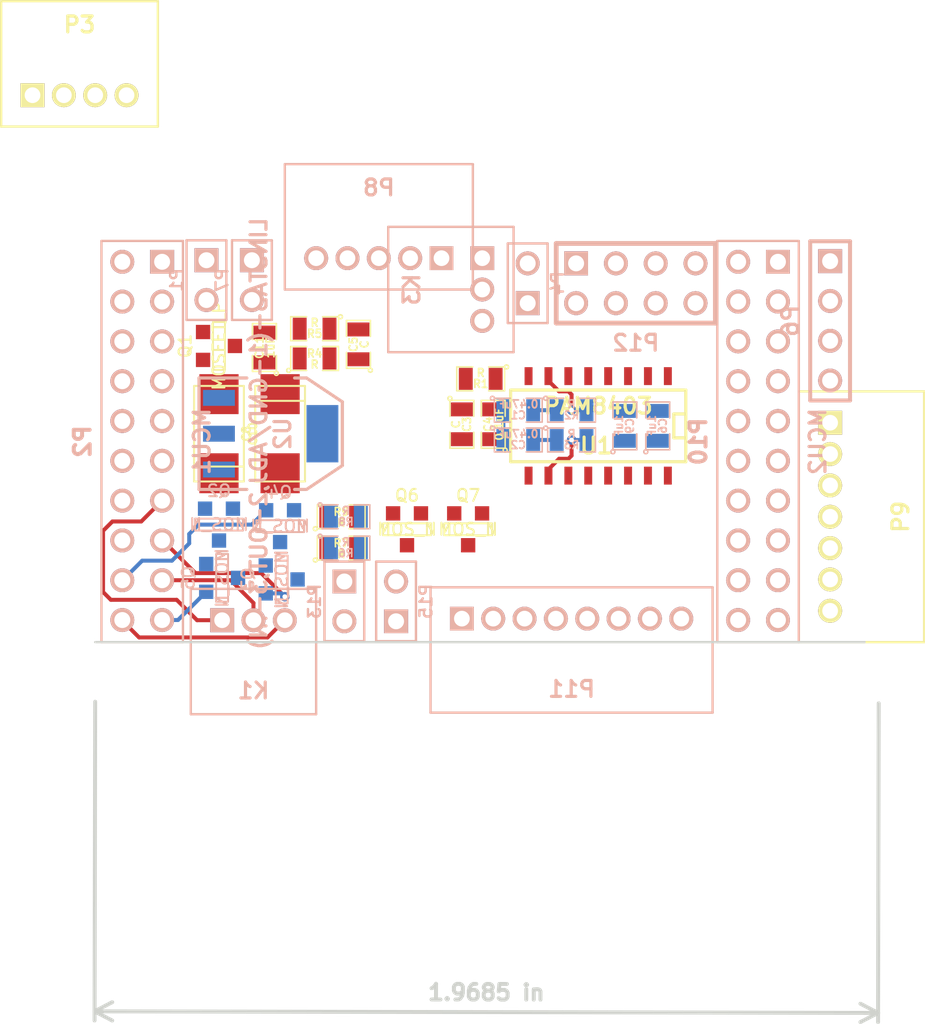
<source format=kicad_pcb>
(kicad_pcb (version 3) (host pcbnew "(2013-may-18)-stable")

  (general
    (links 111)
    (no_connects 100)
    (area 62.424999 71.824999 111.675001 71.975001)
    (thickness 1.6)
    (drawings 2)
    (tracks 49)
    (zones 0)
    (modules 43)
    (nets 58)
  )

  (page A3)
  (layers
    (15 F.Cu signal)
    (0 B.Cu signal)
    (16 B.Adhes user)
    (17 F.Adhes user)
    (18 B.Paste user)
    (19 F.Paste user)
    (20 B.SilkS user)
    (21 F.SilkS user)
    (22 B.Mask user)
    (23 F.Mask user)
    (24 Dwgs.User user)
    (25 Cmts.User user)
    (26 Eco1.User user)
    (27 Eco2.User user)
    (28 Edge.Cuts user)
  )

  (setup
    (last_trace_width 0.254)
    (trace_clearance 0.2)
    (zone_clearance 0.508)
    (zone_45_only no)
    (trace_min 0.254)
    (segment_width 0.2)
    (edge_width 0.15)
    (via_size 0.6)
    (via_drill 0.3)
    (via_min_size 0.6)
    (via_min_drill 0.3)
    (uvia_size 0.508)
    (uvia_drill 0.127)
    (uvias_allowed no)
    (uvia_min_size 0.508)
    (uvia_min_drill 0.127)
    (pcb_text_width 0.3)
    (pcb_text_size 1 1)
    (mod_edge_width 0.15)
    (mod_text_size 1 1)
    (mod_text_width 0.15)
    (pad_size 1 1)
    (pad_drill 0.6)
    (pad_to_mask_clearance 0)
    (aux_axis_origin 0 0)
    (visible_elements FFFFFFBF)
    (pcbplotparams
      (layerselection 3178497)
      (usegerberextensions true)
      (excludeedgelayer true)
      (linewidth 0.150000)
      (plotframeref false)
      (viasonmask false)
      (mode 1)
      (useauxorigin false)
      (hpglpennumber 1)
      (hpglpenspeed 20)
      (hpglpendiameter 15)
      (hpglpenoverlay 2)
      (psnegative false)
      (psa4output false)
      (plotreference true)
      (plotvalue true)
      (plotothertext true)
      (plotinvisibletext false)
      (padsonsilk false)
      (subtractmaskfromsilk false)
      (outputformat 1)
      (mirror false)
      (drillshape 1)
      (scaleselection 1)
      (outputdirectory ""))
  )

  (net 0 "")
  (net 1 +3.3V)
  (net 2 /movable)
  (net 3 GND)
  (net 4 N-000001)
  (net 5 N-0000010)
  (net 6 N-0000011)
  (net 7 N-0000012)
  (net 8 N-0000013)
  (net 9 N-0000014)
  (net 10 N-0000015)
  (net 11 N-0000016)
  (net 12 N-0000017)
  (net 13 N-0000018)
  (net 14 N-0000019)
  (net 15 N-000002)
  (net 16 N-0000020)
  (net 17 N-0000021)
  (net 18 N-0000022)
  (net 19 N-0000023)
  (net 20 N-0000024)
  (net 21 N-0000025)
  (net 22 N-0000026)
  (net 23 N-0000027)
  (net 24 N-0000028)
  (net 25 N-0000029)
  (net 26 N-000003)
  (net 27 N-0000030)
  (net 28 N-0000032)
  (net 29 N-0000035)
  (net 30 N-0000036)
  (net 31 N-0000037)
  (net 32 N-0000038)
  (net 33 N-0000039)
  (net 34 N-000004)
  (net 35 N-0000040)
  (net 36 N-0000041)
  (net 37 N-0000042)
  (net 38 N-0000043)
  (net 39 N-0000044)
  (net 40 N-0000045)
  (net 41 N-0000046)
  (net 42 N-0000047)
  (net 43 N-0000048)
  (net 44 N-0000049)
  (net 45 N-0000050)
  (net 46 N-0000051)
  (net 47 N-0000052)
  (net 48 N-0000053)
  (net 49 N-0000054)
  (net 50 N-0000055)
  (net 51 N-0000056)
  (net 52 N-0000057)
  (net 53 N-000006)
  (net 54 N-000007)
  (net 55 N-000008)
  (net 56 N-000009)
  (net 57 VCC)

  (net_class Default "This is the default net class."
    (clearance 0.2)
    (trace_width 0.254)
    (via_dia 0.6)
    (via_drill 0.3)
    (uvia_dia 0.508)
    (uvia_drill 0.127)
    (add_net "")
    (add_net +3.3V)
    (add_net /movable)
    (add_net GND)
    (add_net N-000001)
    (add_net N-0000010)
    (add_net N-0000011)
    (add_net N-0000012)
    (add_net N-0000013)
    (add_net N-0000014)
    (add_net N-0000015)
    (add_net N-0000016)
    (add_net N-0000017)
    (add_net N-0000018)
    (add_net N-0000019)
    (add_net N-000002)
    (add_net N-0000020)
    (add_net N-0000021)
    (add_net N-0000022)
    (add_net N-0000023)
    (add_net N-0000024)
    (add_net N-0000025)
    (add_net N-0000026)
    (add_net N-0000027)
    (add_net N-0000028)
    (add_net N-0000029)
    (add_net N-000003)
    (add_net N-0000030)
    (add_net N-0000032)
    (add_net N-0000035)
    (add_net N-0000036)
    (add_net N-0000037)
    (add_net N-0000038)
    (add_net N-0000039)
    (add_net N-000004)
    (add_net N-0000040)
    (add_net N-0000041)
    (add_net N-0000042)
    (add_net N-0000043)
    (add_net N-0000044)
    (add_net N-0000045)
    (add_net N-0000046)
    (add_net N-0000047)
    (add_net N-0000048)
    (add_net N-0000049)
    (add_net N-0000050)
    (add_net N-0000051)
    (add_net N-0000052)
    (add_net N-0000053)
    (add_net N-0000054)
    (add_net N-0000055)
    (add_net N-0000056)
    (add_net N-0000057)
    (add_net N-000006)
    (add_net N-000007)
    (add_net N-000008)
    (add_net N-000009)
    (add_net VCC)
  )

  (module SOT23GDS (layer B.Cu) (tedit 50911E03) (tstamp 557004B0)
    (at 74.3 64.5 180)
    (descr "Module CMS SOT23 Transistore EBC")
    (tags "CMS SOT")
    (path /556ED281)
    (attr smd)
    (fp_text reference Q4 (at 0 2.159 180) (layer B.SilkS)
      (effects (font (size 0.762 0.762) (thickness 0.12954)) (justify mirror))
    )
    (fp_text value MOS_N (at 0 0 180) (layer B.SilkS)
      (effects (font (size 0.762 0.762) (thickness 0.12954)) (justify mirror))
    )
    (fp_line (start -1.524 0.381) (end 1.524 0.381) (layer B.SilkS) (width 0.11938))
    (fp_line (start 1.524 0.381) (end 1.524 -0.381) (layer B.SilkS) (width 0.11938))
    (fp_line (start 1.524 -0.381) (end -1.524 -0.381) (layer B.SilkS) (width 0.11938))
    (fp_line (start -1.524 -0.381) (end -1.524 0.381) (layer B.SilkS) (width 0.11938))
    (pad S smd rect (at -0.889 1.016 180) (size 0.9144 0.9144)
      (layers B.Cu B.Paste B.Mask)
      (net 3 GND)
    )
    (pad G smd rect (at 0.889 1.016 180) (size 0.9144 0.9144)
      (layers B.Cu B.Paste B.Mask)
      (net 44 N-0000049)
    )
    (pad D smd rect (at 0 -1.016 180) (size 0.9144 0.9144)
      (layers B.Cu B.Paste B.Mask)
      (net 54 N-000007)
    )
    (model smd/cms_sot23.wrl
      (at (xyz 0 0 0))
      (scale (xyz 0.13 0.15 0.15))
      (rotate (xyz 0 0 0))
    )
  )

  (module SOT23GDS (layer B.Cu) (tedit 50911E03) (tstamp 557004BB)
    (at 74.4 67.9 270)
    (descr "Module CMS SOT23 Transistore EBC")
    (tags "CMS SOT")
    (path /556ED272)
    (attr smd)
    (fp_text reference Q3 (at 0 2.159 270) (layer B.SilkS)
      (effects (font (size 0.762 0.762) (thickness 0.12954)) (justify mirror))
    )
    (fp_text value MOS_N (at 0 0 270) (layer B.SilkS)
      (effects (font (size 0.762 0.762) (thickness 0.12954)) (justify mirror))
    )
    (fp_line (start -1.524 0.381) (end 1.524 0.381) (layer B.SilkS) (width 0.11938))
    (fp_line (start 1.524 0.381) (end 1.524 -0.381) (layer B.SilkS) (width 0.11938))
    (fp_line (start 1.524 -0.381) (end -1.524 -0.381) (layer B.SilkS) (width 0.11938))
    (fp_line (start -1.524 -0.381) (end -1.524 0.381) (layer B.SilkS) (width 0.11938))
    (pad S smd rect (at -0.889 1.016 270) (size 0.9144 0.9144)
      (layers B.Cu B.Paste B.Mask)
      (net 3 GND)
    )
    (pad G smd rect (at 0.889 1.016 270) (size 0.9144 0.9144)
      (layers B.Cu B.Paste B.Mask)
      (net 45 N-0000050)
    )
    (pad D smd rect (at 0 -1.016 270) (size 0.9144 0.9144)
      (layers B.Cu B.Paste B.Mask)
      (net 55 N-000008)
    )
    (model smd/cms_sot23.wrl
      (at (xyz 0 0 0))
      (scale (xyz 0.13 0.15 0.15))
      (rotate (xyz 0 0 0))
    )
  )

  (module SOT23GDS (layer F.Cu) (tedit 50911E03) (tstamp 557004C6)
    (at 86.3 64.7)
    (descr "Module CMS SOT23 Transistore EBC")
    (tags "CMS SOT")
    (path /556EF0D5)
    (attr smd)
    (fp_text reference Q7 (at 0 -2.159) (layer F.SilkS)
      (effects (font (size 0.762 0.762) (thickness 0.12954)))
    )
    (fp_text value MOS_N (at 0 0) (layer F.SilkS)
      (effects (font (size 0.762 0.762) (thickness 0.12954)))
    )
    (fp_line (start -1.524 -0.381) (end 1.524 -0.381) (layer F.SilkS) (width 0.11938))
    (fp_line (start 1.524 -0.381) (end 1.524 0.381) (layer F.SilkS) (width 0.11938))
    (fp_line (start 1.524 0.381) (end -1.524 0.381) (layer F.SilkS) (width 0.11938))
    (fp_line (start -1.524 0.381) (end -1.524 -0.381) (layer F.SilkS) (width 0.11938))
    (pad S smd rect (at -0.889 -1.016) (size 0.9144 0.9144)
      (layers F.Cu F.Paste F.Mask)
      (net 3 GND)
    )
    (pad G smd rect (at 0.889 -1.016) (size 0.9144 0.9144)
      (layers F.Cu F.Paste F.Mask)
      (net 48 N-0000053)
    )
    (pad D smd rect (at 0 1.016) (size 0.9144 0.9144)
      (layers F.Cu F.Paste F.Mask)
      (net 50 N-0000055)
    )
    (model smd/cms_sot23.wrl
      (at (xyz 0 0 0))
      (scale (xyz 0.13 0.15 0.15))
      (rotate (xyz 0 0 0))
    )
  )

  (module SOT23GDS (layer F.Cu) (tedit 50911E03) (tstamp 557004D1)
    (at 82.4 64.7)
    (descr "Module CMS SOT23 Transistore EBC")
    (tags "CMS SOT")
    (path /556EF094)
    (attr smd)
    (fp_text reference Q6 (at 0 -2.159) (layer F.SilkS)
      (effects (font (size 0.762 0.762) (thickness 0.12954)))
    )
    (fp_text value MOS_N (at 0 0) (layer F.SilkS)
      (effects (font (size 0.762 0.762) (thickness 0.12954)))
    )
    (fp_line (start -1.524 -0.381) (end 1.524 -0.381) (layer F.SilkS) (width 0.11938))
    (fp_line (start 1.524 -0.381) (end 1.524 0.381) (layer F.SilkS) (width 0.11938))
    (fp_line (start 1.524 0.381) (end -1.524 0.381) (layer F.SilkS) (width 0.11938))
    (fp_line (start -1.524 0.381) (end -1.524 -0.381) (layer F.SilkS) (width 0.11938))
    (pad S smd rect (at -0.889 -1.016) (size 0.9144 0.9144)
      (layers F.Cu F.Paste F.Mask)
      (net 3 GND)
    )
    (pad G smd rect (at 0.889 -1.016) (size 0.9144 0.9144)
      (layers F.Cu F.Paste F.Mask)
      (net 49 N-0000054)
    )
    (pad D smd rect (at 0 1.016) (size 0.9144 0.9144)
      (layers F.Cu F.Paste F.Mask)
      (net 51 N-0000056)
    )
    (model smd/cms_sot23.wrl
      (at (xyz 0 0 0))
      (scale (xyz 0.13 0.15 0.15))
      (rotate (xyz 0 0 0))
    )
  )

  (module SOT23GDS (layer F.Cu) (tedit 50911E03) (tstamp 557004DC)
    (at 70.4 53 90)
    (descr "Module CMS SOT23 Transistore EBC")
    (tags "CMS SOT")
    (path /556EE525)
    (attr smd)
    (fp_text reference Q1 (at 0 -2.159 90) (layer F.SilkS)
      (effects (font (size 0.762 0.762) (thickness 0.12954)))
    )
    (fp_text value MOSFET_P (at 0 0 90) (layer F.SilkS)
      (effects (font (size 0.762 0.762) (thickness 0.12954)))
    )
    (fp_line (start -1.524 -0.381) (end 1.524 -0.381) (layer F.SilkS) (width 0.11938))
    (fp_line (start 1.524 -0.381) (end 1.524 0.381) (layer F.SilkS) (width 0.11938))
    (fp_line (start 1.524 0.381) (end -1.524 0.381) (layer F.SilkS) (width 0.11938))
    (fp_line (start -1.524 0.381) (end -1.524 -0.381) (layer F.SilkS) (width 0.11938))
    (pad S smd rect (at -0.889 -1.016 90) (size 0.9144 0.9144)
      (layers F.Cu F.Paste F.Mask)
      (net 57 VCC)
    )
    (pad G smd rect (at 0.889 -1.016 90) (size 0.9144 0.9144)
      (layers F.Cu F.Paste F.Mask)
      (net 3 GND)
    )
    (pad D smd rect (at 0 1.016 90) (size 0.9144 0.9144)
      (layers F.Cu F.Paste F.Mask)
      (net 52 N-0000057)
    )
    (model smd/cms_sot23.wrl
      (at (xyz 0 0 0))
      (scale (xyz 0.13 0.15 0.15))
      (rotate (xyz 0 0 0))
    )
  )

  (module SOT23GDS (layer B.Cu) (tedit 50911E03) (tstamp 557004E7)
    (at 70.4 64.4 180)
    (descr "Module CMS SOT23 Transistore EBC")
    (tags "CMS SOT")
    (path /556ED263)
    (attr smd)
    (fp_text reference Q2 (at 0 2.159 180) (layer B.SilkS)
      (effects (font (size 0.762 0.762) (thickness 0.12954)) (justify mirror))
    )
    (fp_text value MOS_N (at 0 0 180) (layer B.SilkS)
      (effects (font (size 0.762 0.762) (thickness 0.12954)) (justify mirror))
    )
    (fp_line (start -1.524 0.381) (end 1.524 0.381) (layer B.SilkS) (width 0.11938))
    (fp_line (start 1.524 0.381) (end 1.524 -0.381) (layer B.SilkS) (width 0.11938))
    (fp_line (start 1.524 -0.381) (end -1.524 -0.381) (layer B.SilkS) (width 0.11938))
    (fp_line (start -1.524 -0.381) (end -1.524 0.381) (layer B.SilkS) (width 0.11938))
    (pad S smd rect (at -0.889 1.016 180) (size 0.9144 0.9144)
      (layers B.Cu B.Paste B.Mask)
      (net 3 GND)
    )
    (pad G smd rect (at 0.889 1.016 180) (size 0.9144 0.9144)
      (layers B.Cu B.Paste B.Mask)
      (net 46 N-0000051)
    )
    (pad D smd rect (at 0 -1.016 180) (size 0.9144 0.9144)
      (layers B.Cu B.Paste B.Mask)
      (net 56 N-000009)
    )
    (model smd/cms_sot23.wrl
      (at (xyz 0 0 0))
      (scale (xyz 0.13 0.15 0.15))
      (rotate (xyz 0 0 0))
    )
  )

  (module SOT23GDS (layer B.Cu) (tedit 50911E03) (tstamp 55701744)
    (at 70.6 67.8 270)
    (descr "Module CMS SOT23 Transistore EBC")
    (tags "CMS SOT")
    (path /556ED29A)
    (attr smd)
    (fp_text reference Q5 (at 0 2.159 270) (layer B.SilkS)
      (effects (font (size 0.762 0.762) (thickness 0.12954)) (justify mirror))
    )
    (fp_text value MOS_N (at 0 0 270) (layer B.SilkS)
      (effects (font (size 0.762 0.762) (thickness 0.12954)) (justify mirror))
    )
    (fp_line (start -1.524 0.381) (end 1.524 0.381) (layer B.SilkS) (width 0.11938))
    (fp_line (start 1.524 0.381) (end 1.524 -0.381) (layer B.SilkS) (width 0.11938))
    (fp_line (start 1.524 -0.381) (end -1.524 -0.381) (layer B.SilkS) (width 0.11938))
    (fp_line (start -1.524 -0.381) (end -1.524 0.381) (layer B.SilkS) (width 0.11938))
    (pad S smd rect (at -0.889 1.016 270) (size 0.9144 0.9144)
      (layers B.Cu B.Paste B.Mask)
      (net 3 GND)
    )
    (pad G smd rect (at 0.889 1.016 270) (size 0.9144 0.9144)
      (layers B.Cu B.Paste B.Mask)
      (net 43 N-0000048)
    )
    (pad D smd rect (at 0 -1.016 270) (size 0.9144 0.9144)
      (layers B.Cu B.Paste B.Mask)
      (net 28 N-0000032)
    )
    (model smd/cms_sot23.wrl
      (at (xyz 0 0 0))
      (scale (xyz 0.13 0.15 0.15))
      (rotate (xyz 0 0 0))
    )
  )

  (module SOT223 (layer B.Cu) (tedit 200000) (tstamp 55700502)
    (at 73.7 58.6 90)
    (descr "module CMS SOT223 4 pins")
    (tags "CMS SOT")
    (path /556D6EC9)
    (attr smd)
    (fp_text reference U2 (at 0 0.762 90) (layer B.SilkS)
      (effects (font (size 1.016 1.016) (thickness 0.2032)) (justify mirror))
    )
    (fp_text value "LINSTAB-(1-GND/ADJ,2-OUT,3-IN)" (at 0 -0.762 90) (layer B.SilkS)
      (effects (font (size 1.016 1.016) (thickness 0.2032)) (justify mirror))
    )
    (fp_line (start -3.556 -1.524) (end -3.556 -4.572) (layer B.SilkS) (width 0.2032))
    (fp_line (start -3.556 -4.572) (end 3.556 -4.572) (layer B.SilkS) (width 0.2032))
    (fp_line (start 3.556 -4.572) (end 3.556 -1.524) (layer B.SilkS) (width 0.2032))
    (fp_line (start -3.556 1.524) (end -3.556 2.286) (layer B.SilkS) (width 0.2032))
    (fp_line (start -3.556 2.286) (end -2.032 4.572) (layer B.SilkS) (width 0.2032))
    (fp_line (start -2.032 4.572) (end 2.032 4.572) (layer B.SilkS) (width 0.2032))
    (fp_line (start 2.032 4.572) (end 3.556 2.286) (layer B.SilkS) (width 0.2032))
    (fp_line (start 3.556 2.286) (end 3.556 1.524) (layer B.SilkS) (width 0.2032))
    (pad 4 smd rect (at 0 3.302 90) (size 3.6576 2.032)
      (layers B.Cu B.Paste B.Mask)
    )
    (pad 2 smd rect (at 0 -3.302 90) (size 1.016 2.032)
      (layers B.Cu B.Paste B.Mask)
      (net 1 +3.3V)
    )
    (pad 3 smd rect (at 2.286 -3.302 90) (size 1.016 2.032)
      (layers B.Cu B.Paste B.Mask)
      (net 57 VCC)
    )
    (pad 1 smd rect (at -2.286 -3.302 90) (size 1.016 2.032)
      (layers B.Cu B.Paste B.Mask)
      (net 3 GND)
    )
    (model smd/SOT223.wrl
      (at (xyz 0 0 0))
      (scale (xyz 0.4 0.4 0.4))
      (rotate (xyz 0 0 0))
    )
  )

  (module SO16N (layer F.Cu) (tedit 200000) (tstamp 5570051D)
    (at 94.6 58.1 180)
    (descr "Module CMS SOJ 16 pins large")
    (tags "CMS SOJ")
    (path /556EB9C1)
    (attr smd)
    (fp_text reference U1 (at 0.127 -1.27 180) (layer F.SilkS)
      (effects (font (size 1.016 1.016) (thickness 0.2032)))
    )
    (fp_text value PAM8403 (at 0 1.27 180) (layer F.SilkS)
      (effects (font (size 1.016 1.016) (thickness 0.2032)))
    )
    (fp_line (start -5.588 -0.762) (end -4.826 -0.762) (layer F.SilkS) (width 0.2032))
    (fp_line (start -4.826 -0.762) (end -4.826 0.762) (layer F.SilkS) (width 0.2032))
    (fp_line (start -4.826 0.762) (end -5.588 0.762) (layer F.SilkS) (width 0.2032))
    (fp_line (start 5.588 -2.286) (end 5.588 2.286) (layer F.SilkS) (width 0.2032))
    (fp_line (start 5.588 2.286) (end -5.588 2.286) (layer F.SilkS) (width 0.2032))
    (fp_line (start -5.588 2.286) (end -5.588 -2.286) (layer F.SilkS) (width 0.2032))
    (fp_line (start -5.588 -2.286) (end 5.588 -2.286) (layer F.SilkS) (width 0.2032))
    (pad 16 smd rect (at -4.445 -3.175 180) (size 0.508 1.143)
      (layers F.Cu F.Paste F.Mask)
      (net 13 N-0000018)
    )
    (pad 14 smd rect (at -1.905 -3.175 180) (size 0.508 1.143)
      (layers F.Cu F.Paste F.Mask)
      (net 14 N-0000019)
    )
    (pad 13 smd rect (at -0.635 -3.175 180) (size 0.508 1.143)
      (layers F.Cu F.Paste F.Mask)
      (net 57 VCC)
    )
    (pad 12 smd rect (at 0.635 -3.175 180) (size 0.508 1.143)
      (layers F.Cu F.Paste F.Mask)
      (net 57 VCC)
    )
    (pad 11 smd rect (at 1.905 -3.175 180) (size 0.508 1.143)
      (layers F.Cu F.Paste F.Mask)
      (net 3 GND)
    )
    (pad 10 smd rect (at 3.175 -3.175 180) (size 0.508 1.143)
      (layers F.Cu F.Paste F.Mask)
      (net 4 N-000001)
    )
    (pad 9 smd rect (at 4.445 -3.175 180) (size 0.508 1.143)
      (layers F.Cu F.Paste F.Mask)
      (net 3 GND)
    )
    (pad 8 smd rect (at 4.445 3.175 180) (size 0.508 1.143)
      (layers F.Cu F.Paste F.Mask)
      (net 8 N-0000013)
    )
    (pad 7 smd rect (at 3.175 3.175 180) (size 0.508 1.143)
      (layers F.Cu F.Paste F.Mask)
      (net 15 N-000002)
    )
    (pad 6 smd rect (at 1.905 3.175 180) (size 0.508 1.143)
      (layers F.Cu F.Paste F.Mask)
      (net 57 VCC)
    )
    (pad 5 smd rect (at 0.635 3.175 180) (size 0.508 1.143)
      (layers F.Cu F.Paste F.Mask)
      (net 57 VCC)
    )
    (pad 4 smd rect (at -0.635 3.175 180) (size 0.508 1.143)
      (layers F.Cu F.Paste F.Mask)
      (net 57 VCC)
    )
    (pad 3 smd rect (at -1.905 3.175 180) (size 0.508 1.143)
      (layers F.Cu F.Paste F.Mask)
      (net 17 N-0000021)
    )
    (pad 2 smd rect (at -3.175 3.175 180) (size 0.508 1.143)
      (layers F.Cu F.Paste F.Mask)
      (net 3 GND)
    )
    (pad 1 smd rect (at -4.445 3.175 180) (size 0.508 1.143)
      (layers F.Cu F.Paste F.Mask)
      (net 16 N-0000020)
    )
    (pad 15 smd rect (at -3.175 -3.175 180) (size 0.508 1.143)
      (layers F.Cu F.Paste F.Mask)
      (net 3 GND)
    )
    (model smd/cms_so16.wrl
      (at (xyz 0 0 0))
      (scale (xyz 0.5 0.4 0.5))
      (rotate (xyz 0 0 0))
    )
  )

  (module SM0805 (layer B.Cu) (tedit 5091495C) (tstamp 5570052A)
    (at 98.4 58.1 90)
    (path /556EC0A2)
    (attr smd)
    (fp_text reference C6 (at 0 0.3175 90) (layer B.SilkS)
      (effects (font (size 0.50038 0.50038) (thickness 0.10922)) (justify mirror))
    )
    (fp_text value 1uF (at 0 -0.381 90) (layer B.SilkS)
      (effects (font (size 0.50038 0.50038) (thickness 0.10922)) (justify mirror))
    )
    (fp_circle (center -1.651 -0.762) (end -1.651 -0.635) (layer B.SilkS) (width 0.09906))
    (fp_line (start -0.508 -0.762) (end -1.524 -0.762) (layer B.SilkS) (width 0.09906))
    (fp_line (start -1.524 -0.762) (end -1.524 0.762) (layer B.SilkS) (width 0.09906))
    (fp_line (start -1.524 0.762) (end -0.508 0.762) (layer B.SilkS) (width 0.09906))
    (fp_line (start 0.508 0.762) (end 1.524 0.762) (layer B.SilkS) (width 0.09906))
    (fp_line (start 1.524 0.762) (end 1.524 -0.762) (layer B.SilkS) (width 0.09906))
    (fp_line (start 1.524 -0.762) (end 0.508 -0.762) (layer B.SilkS) (width 0.09906))
    (pad 1 smd rect (at -0.9525 0 90) (size 0.889 1.397)
      (layers B.Cu B.Paste B.Mask)
      (net 57 VCC)
    )
    (pad 2 smd rect (at 0.9525 0 90) (size 0.889 1.397)
      (layers B.Cu B.Paste B.Mask)
      (net 3 GND)
    )
    (model smd/chip_cms.wrl
      (at (xyz 0 0 0))
      (scale (xyz 0.1 0.1 0.1))
      (rotate (xyz 0 0 0))
    )
  )

  (module SM0805 (layer F.Cu) (tedit 5091495C) (tstamp 55700537)
    (at 85.9 58 270)
    (path /556ECE94)
    (attr smd)
    (fp_text reference C3 (at 0 -0.3175 270) (layer F.SilkS)
      (effects (font (size 0.50038 0.50038) (thickness 0.10922)))
    )
    (fp_text value C (at 0 0.381 270) (layer F.SilkS)
      (effects (font (size 0.50038 0.50038) (thickness 0.10922)))
    )
    (fp_circle (center -1.651 0.762) (end -1.651 0.635) (layer F.SilkS) (width 0.09906))
    (fp_line (start -0.508 0.762) (end -1.524 0.762) (layer F.SilkS) (width 0.09906))
    (fp_line (start -1.524 0.762) (end -1.524 -0.762) (layer F.SilkS) (width 0.09906))
    (fp_line (start -1.524 -0.762) (end -0.508 -0.762) (layer F.SilkS) (width 0.09906))
    (fp_line (start 0.508 -0.762) (end 1.524 -0.762) (layer F.SilkS) (width 0.09906))
    (fp_line (start 1.524 -0.762) (end 1.524 0.762) (layer F.SilkS) (width 0.09906))
    (fp_line (start 1.524 0.762) (end 0.508 0.762) (layer F.SilkS) (width 0.09906))
    (pad 1 smd rect (at -0.9525 0 270) (size 0.889 1.397)
      (layers F.Cu F.Paste F.Mask)
      (net 6 N-0000011)
    )
    (pad 2 smd rect (at 0.9525 0 270) (size 0.889 1.397)
      (layers F.Cu F.Paste F.Mask)
      (net 3 GND)
    )
    (model smd/chip_cms.wrl
      (at (xyz 0 0 0))
      (scale (xyz 0.1 0.1 0.1))
      (rotate (xyz 0 0 0))
    )
  )

  (module SM0805 (layer F.Cu) (tedit 5091495C) (tstamp 55701123)
    (at 87.1 55.1 180)
    (path /556ECE7B)
    (attr smd)
    (fp_text reference R1 (at 0 -0.3175 180) (layer F.SilkS)
      (effects (font (size 0.50038 0.50038) (thickness 0.10922)))
    )
    (fp_text value R (at 0 0.381 180) (layer F.SilkS)
      (effects (font (size 0.50038 0.50038) (thickness 0.10922)))
    )
    (fp_circle (center -1.651 0.762) (end -1.651 0.635) (layer F.SilkS) (width 0.09906))
    (fp_line (start -0.508 0.762) (end -1.524 0.762) (layer F.SilkS) (width 0.09906))
    (fp_line (start -1.524 0.762) (end -1.524 -0.762) (layer F.SilkS) (width 0.09906))
    (fp_line (start -1.524 -0.762) (end -0.508 -0.762) (layer F.SilkS) (width 0.09906))
    (fp_line (start 0.508 -0.762) (end 1.524 -0.762) (layer F.SilkS) (width 0.09906))
    (fp_line (start 1.524 -0.762) (end 1.524 0.762) (layer F.SilkS) (width 0.09906))
    (fp_line (start 1.524 0.762) (end 0.508 0.762) (layer F.SilkS) (width 0.09906))
    (pad 1 smd rect (at -0.9525 0 180) (size 0.889 1.397)
      (layers F.Cu F.Paste F.Mask)
      (net 6 N-0000011)
    )
    (pad 2 smd rect (at 0.9525 0 180) (size 0.889 1.397)
      (layers F.Cu F.Paste F.Mask)
      (net 5 N-0000010)
    )
    (model smd/chip_cms.wrl
      (at (xyz 0 0 0))
      (scale (xyz 0.1 0.1 0.1))
      (rotate (xyz 0 0 0))
    )
  )

  (module SM0805 (layer F.Cu) (tedit 5091495C) (tstamp 55700551)
    (at 78.2 63.9)
    (path /556ED2A9)
    (attr smd)
    (fp_text reference R9 (at 0 -0.3175) (layer F.SilkS)
      (effects (font (size 0.50038 0.50038) (thickness 0.10922)))
    )
    (fp_text value R (at 0 0.381) (layer F.SilkS)
      (effects (font (size 0.50038 0.50038) (thickness 0.10922)))
    )
    (fp_circle (center -1.651 0.762) (end -1.651 0.635) (layer F.SilkS) (width 0.09906))
    (fp_line (start -0.508 0.762) (end -1.524 0.762) (layer F.SilkS) (width 0.09906))
    (fp_line (start -1.524 0.762) (end -1.524 -0.762) (layer F.SilkS) (width 0.09906))
    (fp_line (start -1.524 -0.762) (end -0.508 -0.762) (layer F.SilkS) (width 0.09906))
    (fp_line (start 0.508 -0.762) (end 1.524 -0.762) (layer F.SilkS) (width 0.09906))
    (fp_line (start 1.524 -0.762) (end 1.524 0.762) (layer F.SilkS) (width 0.09906))
    (fp_line (start 1.524 0.762) (end 0.508 0.762) (layer F.SilkS) (width 0.09906))
    (pad 1 smd rect (at -0.9525 0) (size 0.889 1.397)
      (layers F.Cu F.Paste F.Mask)
      (net 28 N-0000032)
    )
    (pad 2 smd rect (at 0.9525 0) (size 0.889 1.397)
      (layers F.Cu F.Paste F.Mask)
      (net 47 N-0000052)
    )
    (model smd/chip_cms.wrl
      (at (xyz 0 0 0))
      (scale (xyz 0.1 0.1 0.1))
      (rotate (xyz 0 0 0))
    )
  )

  (module SM0805 (layer B.Cu) (tedit 5091495C) (tstamp 5570055E)
    (at 78.5 63.9)
    (path /556ED2C7)
    (attr smd)
    (fp_text reference R8 (at 0 0.3175) (layer B.SilkS)
      (effects (font (size 0.50038 0.50038) (thickness 0.10922)) (justify mirror))
    )
    (fp_text value R (at 0 -0.381) (layer B.SilkS)
      (effects (font (size 0.50038 0.50038) (thickness 0.10922)) (justify mirror))
    )
    (fp_circle (center -1.651 -0.762) (end -1.651 -0.635) (layer B.SilkS) (width 0.09906))
    (fp_line (start -0.508 -0.762) (end -1.524 -0.762) (layer B.SilkS) (width 0.09906))
    (fp_line (start -1.524 -0.762) (end -1.524 0.762) (layer B.SilkS) (width 0.09906))
    (fp_line (start -1.524 0.762) (end -0.508 0.762) (layer B.SilkS) (width 0.09906))
    (fp_line (start 0.508 0.762) (end 1.524 0.762) (layer B.SilkS) (width 0.09906))
    (fp_line (start 1.524 0.762) (end 1.524 -0.762) (layer B.SilkS) (width 0.09906))
    (fp_line (start 1.524 -0.762) (end 0.508 -0.762) (layer B.SilkS) (width 0.09906))
    (pad 1 smd rect (at -0.9525 0) (size 0.889 1.397)
      (layers B.Cu B.Paste B.Mask)
      (net 54 N-000007)
    )
    (pad 2 smd rect (at 0.9525 0) (size 0.889 1.397)
      (layers B.Cu B.Paste B.Mask)
      (net 47 N-0000052)
    )
    (model smd/chip_cms.wrl
      (at (xyz 0 0 0))
      (scale (xyz 0.1 0.1 0.1))
      (rotate (xyz 0 0 0))
    )
  )

  (module SM0805 (layer F.Cu) (tedit 5091495C) (tstamp 5570056B)
    (at 78.2 65.9)
    (path /556ED2F4)
    (attr smd)
    (fp_text reference R7 (at 0 -0.3175) (layer F.SilkS)
      (effects (font (size 0.50038 0.50038) (thickness 0.10922)))
    )
    (fp_text value R (at 0 0.381) (layer F.SilkS)
      (effects (font (size 0.50038 0.50038) (thickness 0.10922)))
    )
    (fp_circle (center -1.651 0.762) (end -1.651 0.635) (layer F.SilkS) (width 0.09906))
    (fp_line (start -0.508 0.762) (end -1.524 0.762) (layer F.SilkS) (width 0.09906))
    (fp_line (start -1.524 0.762) (end -1.524 -0.762) (layer F.SilkS) (width 0.09906))
    (fp_line (start -1.524 -0.762) (end -0.508 -0.762) (layer F.SilkS) (width 0.09906))
    (fp_line (start 0.508 -0.762) (end 1.524 -0.762) (layer F.SilkS) (width 0.09906))
    (fp_line (start 1.524 -0.762) (end 1.524 0.762) (layer F.SilkS) (width 0.09906))
    (fp_line (start 1.524 0.762) (end 0.508 0.762) (layer F.SilkS) (width 0.09906))
    (pad 1 smd rect (at -0.9525 0) (size 0.889 1.397)
      (layers F.Cu F.Paste F.Mask)
      (net 55 N-000008)
    )
    (pad 2 smd rect (at 0.9525 0) (size 0.889 1.397)
      (layers F.Cu F.Paste F.Mask)
      (net 47 N-0000052)
    )
    (model smd/chip_cms.wrl
      (at (xyz 0 0 0))
      (scale (xyz 0.1 0.1 0.1))
      (rotate (xyz 0 0 0))
    )
  )

  (module SM0805 (layer B.Cu) (tedit 5091495C) (tstamp 55700578)
    (at 92.9 59)
    (path /556EC465)
    (attr smd)
    (fp_text reference R3 (at 0 0.3175) (layer B.SilkS)
      (effects (font (size 0.50038 0.50038) (thickness 0.10922)) (justify mirror))
    )
    (fp_text value R (at 0 -0.381) (layer B.SilkS)
      (effects (font (size 0.50038 0.50038) (thickness 0.10922)) (justify mirror))
    )
    (fp_circle (center -1.651 -0.762) (end -1.651 -0.635) (layer B.SilkS) (width 0.09906))
    (fp_line (start -0.508 -0.762) (end -1.524 -0.762) (layer B.SilkS) (width 0.09906))
    (fp_line (start -1.524 -0.762) (end -1.524 0.762) (layer B.SilkS) (width 0.09906))
    (fp_line (start -1.524 0.762) (end -0.508 0.762) (layer B.SilkS) (width 0.09906))
    (fp_line (start 0.508 0.762) (end 1.524 0.762) (layer B.SilkS) (width 0.09906))
    (fp_line (start 1.524 0.762) (end 1.524 -0.762) (layer B.SilkS) (width 0.09906))
    (fp_line (start 1.524 -0.762) (end 0.508 -0.762) (layer B.SilkS) (width 0.09906))
    (pad 1 smd rect (at -0.9525 0) (size 0.889 1.397)
      (layers B.Cu B.Paste B.Mask)
      (net 34 N-000004)
    )
    (pad 2 smd rect (at 0.9525 0) (size 0.889 1.397)
      (layers B.Cu B.Paste B.Mask)
      (net 4 N-000001)
    )
    (model smd/chip_cms.wrl
      (at (xyz 0 0 0))
      (scale (xyz 0.1 0.1 0.1))
      (rotate (xyz 0 0 0))
    )
  )

  (module SM0805 (layer B.Cu) (tedit 5091495C) (tstamp 55700585)
    (at 89.5 59)
    (path /556EC445)
    (attr smd)
    (fp_text reference C2 (at 0 0.3175) (layer B.SilkS)
      (effects (font (size 0.50038 0.50038) (thickness 0.10922)) (justify mirror))
    )
    (fp_text value 0.47uF (at 0 -0.381) (layer B.SilkS)
      (effects (font (size 0.50038 0.50038) (thickness 0.10922)) (justify mirror))
    )
    (fp_circle (center -1.651 -0.762) (end -1.651 -0.635) (layer B.SilkS) (width 0.09906))
    (fp_line (start -0.508 -0.762) (end -1.524 -0.762) (layer B.SilkS) (width 0.09906))
    (fp_line (start -1.524 -0.762) (end -1.524 0.762) (layer B.SilkS) (width 0.09906))
    (fp_line (start -1.524 0.762) (end -0.508 0.762) (layer B.SilkS) (width 0.09906))
    (fp_line (start 0.508 0.762) (end 1.524 0.762) (layer B.SilkS) (width 0.09906))
    (fp_line (start 1.524 0.762) (end 1.524 -0.762) (layer B.SilkS) (width 0.09906))
    (fp_line (start 1.524 -0.762) (end 0.508 -0.762) (layer B.SilkS) (width 0.09906))
    (pad 1 smd rect (at -0.9525 0) (size 0.889 1.397)
      (layers B.Cu B.Paste B.Mask)
      (net 6 N-0000011)
    )
    (pad 2 smd rect (at 0.9525 0) (size 0.889 1.397)
      (layers B.Cu B.Paste B.Mask)
      (net 34 N-000004)
    )
    (model smd/chip_cms.wrl
      (at (xyz 0 0 0))
      (scale (xyz 0.1 0.1 0.1))
      (rotate (xyz 0 0 0))
    )
  )

  (module SM0805 (layer B.Cu) (tedit 5091495C) (tstamp 55700592)
    (at 89.5 57.1)
    (path /556EC184)
    (attr smd)
    (fp_text reference C1 (at 0 0.3175) (layer B.SilkS)
      (effects (font (size 0.50038 0.50038) (thickness 0.10922)) (justify mirror))
    )
    (fp_text value 0.47uF (at 0 -0.381) (layer B.SilkS)
      (effects (font (size 0.50038 0.50038) (thickness 0.10922)) (justify mirror))
    )
    (fp_circle (center -1.651 -0.762) (end -1.651 -0.635) (layer B.SilkS) (width 0.09906))
    (fp_line (start -0.508 -0.762) (end -1.524 -0.762) (layer B.SilkS) (width 0.09906))
    (fp_line (start -1.524 -0.762) (end -1.524 0.762) (layer B.SilkS) (width 0.09906))
    (fp_line (start -1.524 0.762) (end -0.508 0.762) (layer B.SilkS) (width 0.09906))
    (fp_line (start 0.508 0.762) (end 1.524 0.762) (layer B.SilkS) (width 0.09906))
    (fp_line (start 1.524 0.762) (end 1.524 -0.762) (layer B.SilkS) (width 0.09906))
    (fp_line (start 1.524 -0.762) (end 0.508 -0.762) (layer B.SilkS) (width 0.09906))
    (pad 1 smd rect (at -0.9525 0) (size 0.889 1.397)
      (layers B.Cu B.Paste B.Mask)
      (net 6 N-0000011)
    )
    (pad 2 smd rect (at 0.9525 0) (size 0.889 1.397)
      (layers B.Cu B.Paste B.Mask)
      (net 26 N-000003)
    )
    (model smd/chip_cms.wrl
      (at (xyz 0 0 0))
      (scale (xyz 0.1 0.1 0.1))
      (rotate (xyz 0 0 0))
    )
  )

  (module SM0805 (layer B.Cu) (tedit 5091495C) (tstamp 5570059F)
    (at 92.9 57.1)
    (path /556EC175)
    (attr smd)
    (fp_text reference R2 (at 0 0.3175) (layer B.SilkS)
      (effects (font (size 0.50038 0.50038) (thickness 0.10922)) (justify mirror))
    )
    (fp_text value R (at 0 -0.381) (layer B.SilkS)
      (effects (font (size 0.50038 0.50038) (thickness 0.10922)) (justify mirror))
    )
    (fp_circle (center -1.651 -0.762) (end -1.651 -0.635) (layer B.SilkS) (width 0.09906))
    (fp_line (start -0.508 -0.762) (end -1.524 -0.762) (layer B.SilkS) (width 0.09906))
    (fp_line (start -1.524 -0.762) (end -1.524 0.762) (layer B.SilkS) (width 0.09906))
    (fp_line (start -1.524 0.762) (end -0.508 0.762) (layer B.SilkS) (width 0.09906))
    (fp_line (start 0.508 0.762) (end 1.524 0.762) (layer B.SilkS) (width 0.09906))
    (fp_line (start 1.524 0.762) (end 1.524 -0.762) (layer B.SilkS) (width 0.09906))
    (fp_line (start 1.524 -0.762) (end 0.508 -0.762) (layer B.SilkS) (width 0.09906))
    (pad 1 smd rect (at -0.9525 0) (size 0.889 1.397)
      (layers B.Cu B.Paste B.Mask)
      (net 26 N-000003)
    )
    (pad 2 smd rect (at 0.9525 0) (size 0.889 1.397)
      (layers B.Cu B.Paste B.Mask)
      (net 15 N-000002)
    )
    (model smd/chip_cms.wrl
      (at (xyz 0 0 0))
      (scale (xyz 0.1 0.1 0.1))
      (rotate (xyz 0 0 0))
    )
  )

  (module SM0805 (layer F.Cu) (tedit 5091495C) (tstamp 557005AC)
    (at 73.3 53.1 90)
    (path /556EBE33)
    (attr smd)
    (fp_text reference C11 (at 0 -0.3175 90) (layer F.SilkS)
      (effects (font (size 0.50038 0.50038) (thickness 0.10922)))
    )
    (fp_text value 1uF (at 0 0.381 90) (layer F.SilkS)
      (effects (font (size 0.50038 0.50038) (thickness 0.10922)))
    )
    (fp_circle (center -1.651 0.762) (end -1.651 0.635) (layer F.SilkS) (width 0.09906))
    (fp_line (start -0.508 0.762) (end -1.524 0.762) (layer F.SilkS) (width 0.09906))
    (fp_line (start -1.524 0.762) (end -1.524 -0.762) (layer F.SilkS) (width 0.09906))
    (fp_line (start -1.524 -0.762) (end -0.508 -0.762) (layer F.SilkS) (width 0.09906))
    (fp_line (start 0.508 -0.762) (end 1.524 -0.762) (layer F.SilkS) (width 0.09906))
    (fp_line (start 1.524 -0.762) (end 1.524 0.762) (layer F.SilkS) (width 0.09906))
    (fp_line (start 1.524 0.762) (end 0.508 0.762) (layer F.SilkS) (width 0.09906))
    (pad 1 smd rect (at -0.9525 0 90) (size 0.889 1.397)
      (layers F.Cu F.Paste F.Mask)
      (net 57 VCC)
    )
    (pad 2 smd rect (at 0.9525 0 90) (size 0.889 1.397)
      (layers F.Cu F.Paste F.Mask)
      (net 3 GND)
    )
    (model smd/chip_cms.wrl
      (at (xyz 0 0 0))
      (scale (xyz 0.1 0.1 0.1))
      (rotate (xyz 0 0 0))
    )
  )

  (module SM0805 (layer B.Cu) (tedit 5091495C) (tstamp 557005B9)
    (at 96.3 58.1 90)
    (path /556EBE24)
    (attr smd)
    (fp_text reference C9 (at 0 0.3175 90) (layer B.SilkS)
      (effects (font (size 0.50038 0.50038) (thickness 0.10922)) (justify mirror))
    )
    (fp_text value 1uF (at 0 -0.381 90) (layer B.SilkS)
      (effects (font (size 0.50038 0.50038) (thickness 0.10922)) (justify mirror))
    )
    (fp_circle (center -1.651 -0.762) (end -1.651 -0.635) (layer B.SilkS) (width 0.09906))
    (fp_line (start -0.508 -0.762) (end -1.524 -0.762) (layer B.SilkS) (width 0.09906))
    (fp_line (start -1.524 -0.762) (end -1.524 0.762) (layer B.SilkS) (width 0.09906))
    (fp_line (start -1.524 0.762) (end -0.508 0.762) (layer B.SilkS) (width 0.09906))
    (fp_line (start 0.508 0.762) (end 1.524 0.762) (layer B.SilkS) (width 0.09906))
    (fp_line (start 1.524 0.762) (end 1.524 -0.762) (layer B.SilkS) (width 0.09906))
    (fp_line (start 1.524 -0.762) (end 0.508 -0.762) (layer B.SilkS) (width 0.09906))
    (pad 1 smd rect (at -0.9525 0 90) (size 0.889 1.397)
      (layers B.Cu B.Paste B.Mask)
      (net 57 VCC)
    )
    (pad 2 smd rect (at 0.9525 0 90) (size 0.889 1.397)
      (layers B.Cu B.Paste B.Mask)
      (net 3 GND)
    )
    (model smd/chip_cms.wrl
      (at (xyz 0 0 0))
      (scale (xyz 0.1 0.1 0.1))
      (rotate (xyz 0 0 0))
    )
  )

  (module SM0805 (layer B.Cu) (tedit 5091495C) (tstamp 557005C6)
    (at 78.5 65.9)
    (path /556ED303)
    (attr smd)
    (fp_text reference R6 (at 0 0.3175) (layer B.SilkS)
      (effects (font (size 0.50038 0.50038) (thickness 0.10922)) (justify mirror))
    )
    (fp_text value R (at 0 -0.381) (layer B.SilkS)
      (effects (font (size 0.50038 0.50038) (thickness 0.10922)) (justify mirror))
    )
    (fp_circle (center -1.651 -0.762) (end -1.651 -0.635) (layer B.SilkS) (width 0.09906))
    (fp_line (start -0.508 -0.762) (end -1.524 -0.762) (layer B.SilkS) (width 0.09906))
    (fp_line (start -1.524 -0.762) (end -1.524 0.762) (layer B.SilkS) (width 0.09906))
    (fp_line (start -1.524 0.762) (end -0.508 0.762) (layer B.SilkS) (width 0.09906))
    (fp_line (start 0.508 0.762) (end 1.524 0.762) (layer B.SilkS) (width 0.09906))
    (fp_line (start 1.524 0.762) (end 1.524 -0.762) (layer B.SilkS) (width 0.09906))
    (fp_line (start 1.524 -0.762) (end 0.508 -0.762) (layer B.SilkS) (width 0.09906))
    (pad 1 smd rect (at -0.9525 0) (size 0.889 1.397)
      (layers B.Cu B.Paste B.Mask)
      (net 56 N-000009)
    )
    (pad 2 smd rect (at 0.9525 0) (size 0.889 1.397)
      (layers B.Cu B.Paste B.Mask)
      (net 47 N-0000052)
    )
    (model smd/chip_cms.wrl
      (at (xyz 0 0 0))
      (scale (xyz 0.1 0.1 0.1))
      (rotate (xyz 0 0 0))
    )
  )

  (module SM0805 (layer F.Cu) (tedit 5091495C) (tstamp 557005D3)
    (at 87.9 58 90)
    (path /556EBB47)
    (attr smd)
    (fp_text reference C4 (at 0 -0.3175 90) (layer F.SilkS)
      (effects (font (size 0.50038 0.50038) (thickness 0.10922)))
    )
    (fp_text value 0.1uF (at 0 0.381 90) (layer F.SilkS)
      (effects (font (size 0.50038 0.50038) (thickness 0.10922)))
    )
    (fp_circle (center -1.651 0.762) (end -1.651 0.635) (layer F.SilkS) (width 0.09906))
    (fp_line (start -0.508 0.762) (end -1.524 0.762) (layer F.SilkS) (width 0.09906))
    (fp_line (start -1.524 0.762) (end -1.524 -0.762) (layer F.SilkS) (width 0.09906))
    (fp_line (start -1.524 -0.762) (end -0.508 -0.762) (layer F.SilkS) (width 0.09906))
    (fp_line (start 0.508 -0.762) (end 1.524 -0.762) (layer F.SilkS) (width 0.09906))
    (fp_line (start 1.524 -0.762) (end 1.524 0.762) (layer F.SilkS) (width 0.09906))
    (fp_line (start 1.524 0.762) (end 0.508 0.762) (layer F.SilkS) (width 0.09906))
    (pad 1 smd rect (at -0.9525 0 90) (size 0.889 1.397)
      (layers F.Cu F.Paste F.Mask)
      (net 3 GND)
    )
    (pad 2 smd rect (at 0.9525 0 90) (size 0.889 1.397)
      (layers F.Cu F.Paste F.Mask)
      (net 8 N-0000013)
    )
    (model smd/chip_cms.wrl
      (at (xyz 0 0 0))
      (scale (xyz 0.1 0.1 0.1))
      (rotate (xyz 0 0 0))
    )
  )

  (module SM0805 (layer F.Cu) (tedit 5091495C) (tstamp 557005E0)
    (at 79.3 52.9 90)
    (path /556D7214)
    (attr smd)
    (fp_text reference C5 (at 0 -0.3175 90) (layer F.SilkS)
      (effects (font (size 0.50038 0.50038) (thickness 0.10922)))
    )
    (fp_text value C (at 0 0.381 90) (layer F.SilkS)
      (effects (font (size 0.50038 0.50038) (thickness 0.10922)))
    )
    (fp_circle (center -1.651 0.762) (end -1.651 0.635) (layer F.SilkS) (width 0.09906))
    (fp_line (start -0.508 0.762) (end -1.524 0.762) (layer F.SilkS) (width 0.09906))
    (fp_line (start -1.524 0.762) (end -1.524 -0.762) (layer F.SilkS) (width 0.09906))
    (fp_line (start -1.524 -0.762) (end -0.508 -0.762) (layer F.SilkS) (width 0.09906))
    (fp_line (start 0.508 -0.762) (end 1.524 -0.762) (layer F.SilkS) (width 0.09906))
    (fp_line (start 1.524 -0.762) (end 1.524 0.762) (layer F.SilkS) (width 0.09906))
    (fp_line (start 1.524 0.762) (end 0.508 0.762) (layer F.SilkS) (width 0.09906))
    (pad 1 smd rect (at -0.9525 0 90) (size 0.889 1.397)
      (layers F.Cu F.Paste F.Mask)
      (net 57 VCC)
    )
    (pad 2 smd rect (at 0.9525 0 90) (size 0.889 1.397)
      (layers F.Cu F.Paste F.Mask)
      (net 3 GND)
    )
    (model smd/chip_cms.wrl
      (at (xyz 0 0 0))
      (scale (xyz 0.1 0.1 0.1))
      (rotate (xyz 0 0 0))
    )
  )

  (module SM0805 (layer F.Cu) (tedit 5091495C) (tstamp 557005ED)
    (at 76.5 53.8)
    (path /556EF6D2)
    (attr smd)
    (fp_text reference R4 (at 0 -0.3175) (layer F.SilkS)
      (effects (font (size 0.50038 0.50038) (thickness 0.10922)))
    )
    (fp_text value R (at 0 0.381) (layer F.SilkS)
      (effects (font (size 0.50038 0.50038) (thickness 0.10922)))
    )
    (fp_circle (center -1.651 0.762) (end -1.651 0.635) (layer F.SilkS) (width 0.09906))
    (fp_line (start -0.508 0.762) (end -1.524 0.762) (layer F.SilkS) (width 0.09906))
    (fp_line (start -1.524 0.762) (end -1.524 -0.762) (layer F.SilkS) (width 0.09906))
    (fp_line (start -1.524 -0.762) (end -0.508 -0.762) (layer F.SilkS) (width 0.09906))
    (fp_line (start 0.508 -0.762) (end 1.524 -0.762) (layer F.SilkS) (width 0.09906))
    (fp_line (start 1.524 -0.762) (end 1.524 0.762) (layer F.SilkS) (width 0.09906))
    (fp_line (start 1.524 0.762) (end 0.508 0.762) (layer F.SilkS) (width 0.09906))
    (pad 1 smd rect (at -0.9525 0) (size 0.889 1.397)
      (layers F.Cu F.Paste F.Mask)
      (net 57 VCC)
    )
    (pad 2 smd rect (at 0.9525 0) (size 0.889 1.397)
      (layers F.Cu F.Paste F.Mask)
      (net 40 N-0000045)
    )
    (model smd/chip_cms.wrl
      (at (xyz 0 0 0))
      (scale (xyz 0.1 0.1 0.1))
      (rotate (xyz 0 0 0))
    )
  )

  (module SM0805 (layer F.Cu) (tedit 5091495C) (tstamp 557005FA)
    (at 76.5 51.9 180)
    (path /556EF6E1)
    (attr smd)
    (fp_text reference R5 (at 0 -0.3175 180) (layer F.SilkS)
      (effects (font (size 0.50038 0.50038) (thickness 0.10922)))
    )
    (fp_text value R (at 0 0.381 180) (layer F.SilkS)
      (effects (font (size 0.50038 0.50038) (thickness 0.10922)))
    )
    (fp_circle (center -1.651 0.762) (end -1.651 0.635) (layer F.SilkS) (width 0.09906))
    (fp_line (start -0.508 0.762) (end -1.524 0.762) (layer F.SilkS) (width 0.09906))
    (fp_line (start -1.524 0.762) (end -1.524 -0.762) (layer F.SilkS) (width 0.09906))
    (fp_line (start -1.524 -0.762) (end -0.508 -0.762) (layer F.SilkS) (width 0.09906))
    (fp_line (start 0.508 -0.762) (end 1.524 -0.762) (layer F.SilkS) (width 0.09906))
    (fp_line (start 1.524 -0.762) (end 1.524 0.762) (layer F.SilkS) (width 0.09906))
    (fp_line (start 1.524 0.762) (end 0.508 0.762) (layer F.SilkS) (width 0.09906))
    (pad 1 smd rect (at -0.9525 0 180) (size 0.889 1.397)
      (layers F.Cu F.Paste F.Mask)
      (net 40 N-0000045)
    )
    (pad 2 smd rect (at 0.9525 0 180) (size 0.889 1.397)
      (layers F.Cu F.Paste F.Mask)
      (net 3 GND)
    )
    (model smd/chip_cms.wrl
      (at (xyz 0 0 0))
      (scale (xyz 0.1 0.1 0.1))
      (rotate (xyz 0 0 0))
    )
  )

  (module pin_array_4x2 (layer B.Cu) (tedit 3FAB90E6) (tstamp 55700617)
    (at 97 49)
    (descr "Double rangee de contacts 2 x 4 pins")
    (tags CONN)
    (path /556D6CDB)
    (fp_text reference P12 (at 0 3.81) (layer B.SilkS)
      (effects (font (size 1.016 1.016) (thickness 0.2032)) (justify mirror))
    )
    (fp_text value NRF24L01 (at 0 -3.81) (layer B.SilkS) hide
      (effects (font (size 1.016 1.016) (thickness 0.2032)) (justify mirror))
    )
    (fp_line (start -5.08 2.54) (end 5.08 2.54) (layer B.SilkS) (width 0.3048))
    (fp_line (start 5.08 2.54) (end 5.08 -2.54) (layer B.SilkS) (width 0.3048))
    (fp_line (start 5.08 -2.54) (end -5.08 -2.54) (layer B.SilkS) (width 0.3048))
    (fp_line (start -5.08 -2.54) (end -5.08 2.54) (layer B.SilkS) (width 0.3048))
    (pad 1 thru_hole rect (at -3.81 -1.27) (size 1.524 1.524) (drill 1.016)
      (layers *.Cu *.Mask B.SilkS)
      (net 3 GND)
    )
    (pad 2 thru_hole circle (at -3.81 1.27) (size 1.524 1.524) (drill 1.016)
      (layers *.Cu *.Mask B.SilkS)
      (net 1 +3.3V)
    )
    (pad 3 thru_hole circle (at -1.27 -1.27) (size 1.524 1.524) (drill 1.016)
      (layers *.Cu *.Mask B.SilkS)
      (net 2 /movable)
    )
    (pad 4 thru_hole circle (at -1.27 1.27) (size 1.524 1.524) (drill 1.016)
      (layers *.Cu *.Mask B.SilkS)
      (net 19 N-0000023)
    )
    (pad 5 thru_hole circle (at 1.27 -1.27) (size 1.524 1.524) (drill 1.016)
      (layers *.Cu *.Mask B.SilkS)
      (net 20 N-0000024)
    )
    (pad 6 thru_hole circle (at 1.27 1.27) (size 1.524 1.524) (drill 1.016)
      (layers *.Cu *.Mask B.SilkS)
      (net 21 N-0000025)
    )
    (pad 7 thru_hole circle (at 3.81 -1.27) (size 1.524 1.524) (drill 1.016)
      (layers *.Cu *.Mask B.SilkS)
      (net 22 N-0000026)
    )
    (pad 8 thru_hole circle (at 3.81 1.27) (size 1.524 1.524) (drill 1.016)
      (layers *.Cu *.Mask B.SilkS)
      (net 2 /movable)
    )
    (model pin_array/pins_array_4x2.wrl
      (at (xyz 0 0 0))
      (scale (xyz 1 1 1))
      (rotate (xyz 0 0 0))
    )
  )

  (module PIN_ARRAY_4x1 (layer B.Cu) (tedit 4C10F42E) (tstamp 55700A0B)
    (at 109.4 51.4 270)
    (descr "Double rangee de contacts 2 x 5 pins")
    (tags CONN)
    (path /556EE2EA)
    (fp_text reference P6 (at 0 2.54 270) (layer B.SilkS)
      (effects (font (size 1.016 1.016) (thickness 0.2032)) (justify mirror))
    )
    (fp_text value USART1 (at 0 -2.54 270) (layer B.SilkS) hide
      (effects (font (size 1.016 1.016) (thickness 0.2032)) (justify mirror))
    )
    (fp_line (start 5.08 -1.27) (end -5.08 -1.27) (layer B.SilkS) (width 0.254))
    (fp_line (start 5.08 1.27) (end -5.08 1.27) (layer B.SilkS) (width 0.254))
    (fp_line (start -5.08 1.27) (end -5.08 -1.27) (layer B.SilkS) (width 0.254))
    (fp_line (start 5.08 -1.27) (end 5.08 1.27) (layer B.SilkS) (width 0.254))
    (pad 1 thru_hole rect (at -3.81 0 270) (size 1.524 1.524) (drill 1.016)
      (layers *.Cu *.Mask B.SilkS)
      (net 3 GND)
    )
    (pad 2 thru_hole circle (at -1.27 0 270) (size 1.524 1.524) (drill 1.016)
      (layers *.Cu *.Mask B.SilkS)
    )
    (pad 3 thru_hole circle (at 1.27 0 270) (size 1.524 1.524) (drill 1.016)
      (layers *.Cu *.Mask B.SilkS)
      (net 35 N-0000040)
    )
    (pad 4 thru_hole circle (at 3.81 0 270) (size 1.524 1.524) (drill 1.016)
      (layers *.Cu *.Mask B.SilkS)
      (net 33 N-0000039)
    )
    (model pin_array\pins_array_4x1.wrl
      (at (xyz 0 0 0))
      (scale (xyz 1 1 1))
      (rotate (xyz 0 0 0))
    )
  )

  (module PIN_ARRAY_2X1 (layer B.Cu) (tedit 4565C520) (tstamp 55700645)
    (at 69.6 48.8 270)
    (descr "Connecteurs 2 pins")
    (tags "CONN DEV")
    (path /556EE6C5)
    (fp_text reference P1 (at 0 1.905 270) (layer B.SilkS)
      (effects (font (size 0.762 0.762) (thickness 0.1524)) (justify mirror))
    )
    (fp_text value Power (at 0 1.905 270) (layer B.SilkS) hide
      (effects (font (size 0.762 0.762) (thickness 0.1524)) (justify mirror))
    )
    (fp_line (start -2.54 -1.27) (end -2.54 1.27) (layer B.SilkS) (width 0.1524))
    (fp_line (start -2.54 1.27) (end 2.54 1.27) (layer B.SilkS) (width 0.1524))
    (fp_line (start 2.54 1.27) (end 2.54 -1.27) (layer B.SilkS) (width 0.1524))
    (fp_line (start 2.54 -1.27) (end -2.54 -1.27) (layer B.SilkS) (width 0.1524))
    (pad 1 thru_hole rect (at -1.27 0 270) (size 1.524 1.524) (drill 1.016)
      (layers *.Cu *.Mask B.SilkS)
      (net 3 GND)
    )
    (pad 2 thru_hole circle (at 1.27 0 270) (size 1.524 1.524) (drill 1.016)
      (layers *.Cu *.Mask B.SilkS)
      (net 52 N-0000057)
    )
    (model pin_array/pins_array_2x1.wrl
      (at (xyz 0 0 0))
      (scale (xyz 1 1 1))
      (rotate (xyz 0 0 0))
    )
  )

  (module PIN_ARRAY_2X1 (layer B.Cu) (tedit 4565C520) (tstamp 5570064F)
    (at 81.7 69.3 90)
    (descr "Connecteurs 2 pins")
    (tags "CONN DEV")
    (path /556EF085)
    (fp_text reference P15 (at 0 1.905 90) (layer B.SilkS)
      (effects (font (size 0.762 0.762) (thickness 0.1524)) (justify mirror))
    )
    (fp_text value Vibro&flash (at 0 1.905 90) (layer B.SilkS) hide
      (effects (font (size 0.762 0.762) (thickness 0.1524)) (justify mirror))
    )
    (fp_line (start -2.54 -1.27) (end -2.54 1.27) (layer B.SilkS) (width 0.1524))
    (fp_line (start -2.54 1.27) (end 2.54 1.27) (layer B.SilkS) (width 0.1524))
    (fp_line (start 2.54 1.27) (end 2.54 -1.27) (layer B.SilkS) (width 0.1524))
    (fp_line (start 2.54 -1.27) (end -2.54 -1.27) (layer B.SilkS) (width 0.1524))
    (pad 1 thru_hole rect (at -1.27 0 90) (size 1.524 1.524) (drill 1.016)
      (layers *.Cu *.Mask B.SilkS)
      (net 50 N-0000055)
    )
    (pad 2 thru_hole circle (at 1.27 0 90) (size 1.524 1.524) (drill 1.016)
      (layers *.Cu *.Mask B.SilkS)
      (net 51 N-0000056)
    )
    (model pin_array/pins_array_2x1.wrl
      (at (xyz 0 0 0))
      (scale (xyz 1 1 1))
      (rotate (xyz 0 0 0))
    )
  )

  (module PIN_ARRAY_2X1 (layer B.Cu) (tedit 4565C520) (tstamp 55700659)
    (at 72.5 48.8 270)
    (descr "Connecteurs 2 pins")
    (tags "CONN DEV")
    (path /556ECC56)
    (fp_text reference P7 (at 0 1.905 270) (layer B.SilkS)
      (effects (font (size 0.762 0.762) (thickness 0.1524)) (justify mirror))
    )
    (fp_text value Fire&Reload (at 0 1.905 270) (layer B.SilkS) hide
      (effects (font (size 0.762 0.762) (thickness 0.1524)) (justify mirror))
    )
    (fp_line (start -2.54 -1.27) (end -2.54 1.27) (layer B.SilkS) (width 0.1524))
    (fp_line (start -2.54 1.27) (end 2.54 1.27) (layer B.SilkS) (width 0.1524))
    (fp_line (start 2.54 1.27) (end 2.54 -1.27) (layer B.SilkS) (width 0.1524))
    (fp_line (start 2.54 -1.27) (end -2.54 -1.27) (layer B.SilkS) (width 0.1524))
    (pad 1 thru_hole rect (at -1.27 0 270) (size 1.524 1.524) (drill 1.016)
      (layers *.Cu *.Mask B.SilkS)
      (net 7 N-0000012)
    )
    (pad 2 thru_hole circle (at 1.27 0 270) (size 1.524 1.524) (drill 1.016)
      (layers *.Cu *.Mask B.SilkS)
      (net 53 N-000006)
    )
    (model pin_array/pins_array_2x1.wrl
      (at (xyz 0 0 0))
      (scale (xyz 1 1 1))
      (rotate (xyz 0 0 0))
    )
  )

  (module PIN_ARRAY_2X1 (layer B.Cu) (tedit 4565C520) (tstamp 55700663)
    (at 78.4 69.3 270)
    (descr "Connecteurs 2 pins")
    (tags "CONN DEV")
    (path /556ED98F)
    (fp_text reference P13 (at 0 1.905 270) (layer B.SilkS)
      (effects (font (size 0.762 0.762) (thickness 0.1524)) (justify mirror))
    )
    (fp_text value IR_LED (at 0 1.905 270) (layer B.SilkS) hide
      (effects (font (size 0.762 0.762) (thickness 0.1524)) (justify mirror))
    )
    (fp_line (start -2.54 -1.27) (end -2.54 1.27) (layer B.SilkS) (width 0.1524))
    (fp_line (start -2.54 1.27) (end 2.54 1.27) (layer B.SilkS) (width 0.1524))
    (fp_line (start 2.54 1.27) (end 2.54 -1.27) (layer B.SilkS) (width 0.1524))
    (fp_line (start 2.54 -1.27) (end -2.54 -1.27) (layer B.SilkS) (width 0.1524))
    (pad 1 thru_hole rect (at -1.27 0 270) (size 1.524 1.524) (drill 1.016)
      (layers *.Cu *.Mask B.SilkS)
      (net 47 N-0000052)
    )
    (pad 2 thru_hole circle (at 1.27 0 270) (size 1.524 1.524) (drill 1.016)
      (layers *.Cu *.Mask B.SilkS)
      (net 57 VCC)
    )
    (model pin_array/pins_array_2x1.wrl
      (at (xyz 0 0 0))
      (scale (xyz 1 1 1))
      (rotate (xyz 0 0 0))
    )
  )

  (module pin_array_10x2 (layer B.Cu) (tedit 5564B49A) (tstamp 55700693)
    (at 104.8 59.1 270)
    (tags CONN)
    (path /556C5A05)
    (fp_text reference P10 (at 0 3.81 270) (layer B.SilkS)
      (effects (font (size 1.016 1.016) (thickness 0.254)) (justify mirror))
    )
    (fp_text value MCU2 (at 0 -3.81 270) (layer B.SilkS)
      (effects (font (size 1.016 1.016) (thickness 0.2032)) (justify mirror))
    )
    (fp_line (start -12.8 2.6) (end 12.8 2.6) (layer B.SilkS) (width 0.15))
    (fp_line (start 12.8 2.6) (end 12.8 -2.6) (layer B.SilkS) (width 0.15))
    (fp_line (start 12.8 -2.6) (end -12.8 -2.6) (layer B.SilkS) (width 0.15))
    (fp_line (start -12.8 -2.6) (end -12.8 2.6) (layer B.SilkS) (width 0.15))
    (pad 1 thru_hole rect (at -11.47 -1.27 270) (size 1.524 1.524) (drill 1.016)
      (layers *.Cu *.Mask B.SilkS)
      (net 39 N-0000044)
    )
    (pad 2 thru_hole circle (at -11.47 1.27 270) (size 1.524 1.524) (drill 1.016)
      (layers *.Cu *.Mask B.SilkS)
      (net 38 N-0000043)
    )
    (pad 3 thru_hole circle (at -8.93 -1.27 270) (size 1.524 1.524) (drill 1.016)
      (layers *.Cu *.Mask B.SilkS)
      (net 19 N-0000023)
    )
    (pad 4 thru_hole circle (at -8.93 1.27 270) (size 1.524 1.524) (drill 1.016)
      (layers *.Cu *.Mask B.SilkS)
      (net 20 N-0000024)
    )
    (pad 5 thru_hole circle (at -6.39 -1.27 270) (size 1.524 1.524) (drill 1.016)
      (layers *.Cu *.Mask B.SilkS)
      (net 22 N-0000026)
    )
    (pad 6 thru_hole circle (at -6.39 1.27 270) (size 1.524 1.524) (drill 1.016)
      (layers *.Cu *.Mask B.SilkS)
      (net 21 N-0000025)
    )
    (pad 7 thru_hole circle (at -3.85 -1.27 270) (size 1.524 1.524) (drill 1.016)
      (layers *.Cu *.Mask B.SilkS)
      (net 37 N-0000042)
    )
    (pad 8 thru_hole circle (at -3.85 1.27 270) (size 1.524 1.524) (drill 1.016)
      (layers *.Cu *.Mask B.SilkS)
      (net 36 N-0000041)
    )
    (pad 9 thru_hole circle (at -1.31 -1.27 270) (size 1.524 1.524) (drill 1.016)
      (layers *.Cu *.Mask B.SilkS)
      (net 35 N-0000040)
    )
    (pad 10 thru_hole circle (at -1.31 1.27 270) (size 1.524 1.524) (drill 1.016)
      (layers *.Cu *.Mask B.SilkS)
      (net 33 N-0000039)
    )
    (pad 11 thru_hole circle (at 1.23 -1.27 270) (size 1.524 1.524) (drill 1.016)
      (layers *.Cu *.Mask B.SilkS)
      (net 29 N-0000035)
    )
    (pad 12 thru_hole circle (at 1.23 1.27 270) (size 1.524 1.524) (drill 1.016)
      (layers *.Cu *.Mask B.SilkS)
      (net 32 N-0000038)
    )
    (pad 13 thru_hole circle (at 3.77 -1.27 270) (size 1.524 1.524) (drill 1.016)
      (layers *.Cu *.Mask B.SilkS)
      (net 23 N-0000027)
    )
    (pad 14 thru_hole circle (at 3.77 1.27 270) (size 1.524 1.524) (drill 1.016)
      (layers *.Cu *.Mask B.SilkS)
      (net 24 N-0000028)
    )
    (pad 15 thru_hole circle (at 6.31 -1.27 270) (size 1.524 1.524) (drill 1.016)
      (layers *.Cu *.Mask B.SilkS)
      (net 27 N-0000030)
    )
    (pad 16 thru_hole circle (at 6.31 1.27 270) (size 1.524 1.524) (drill 1.016)
      (layers *.Cu *.Mask B.SilkS)
      (net 25 N-0000029)
    )
    (pad 17 thru_hole circle (at 8.85 -1.27 270) (size 1.524 1.524) (drill 1.016)
      (layers *.Cu *.Mask B.SilkS)
      (net 18 N-0000022)
    )
    (pad 18 thru_hole circle (at 8.85 1.27 270) (size 1.524 1.524) (drill 1.016)
      (layers *.Cu *.Mask B.SilkS)
      (net 2 /movable)
    )
    (pad 19 thru_hole circle (at 11.39 -1.27 270) (size 1.524 1.524) (drill 1.016)
      (layers *.Cu *.Mask B.SilkS)
      (net 2 /movable)
    )
    (pad 20 thru_hole circle (at 11.39 1.27 270) (size 1.524 1.524) (drill 1.016)
      (layers *.Cu *.Mask B.SilkS)
      (net 31 N-0000037)
    )
  )

  (module pin_array_10x2 (layer B.Cu) (tedit 5564B49A) (tstamp 557006AF)
    (at 65.5 59.1 270)
    (tags CONN)
    (path /556C59EB)
    (fp_text reference P2 (at 0 3.81 270) (layer B.SilkS)
      (effects (font (size 1.016 1.016) (thickness 0.254)) (justify mirror))
    )
    (fp_text value MCU1 (at 0 -3.81 270) (layer B.SilkS)
      (effects (font (size 1.016 1.016) (thickness 0.2032)) (justify mirror))
    )
    (fp_line (start -12.8 2.6) (end 12.8 2.6) (layer B.SilkS) (width 0.15))
    (fp_line (start 12.8 2.6) (end 12.8 -2.6) (layer B.SilkS) (width 0.15))
    (fp_line (start 12.8 -2.6) (end -12.8 -2.6) (layer B.SilkS) (width 0.15))
    (fp_line (start -12.8 -2.6) (end -12.8 2.6) (layer B.SilkS) (width 0.15))
    (pad 1 thru_hole rect (at -11.47 -1.27 270) (size 1.524 1.524) (drill 1.016)
      (layers *.Cu *.Mask B.SilkS)
      (net 3 GND)
    )
    (pad 2 thru_hole circle (at -11.47 1.27 270) (size 1.524 1.524) (drill 1.016)
      (layers *.Cu *.Mask B.SilkS)
      (net 1 +3.3V)
    )
    (pad 3 thru_hole circle (at -8.93 -1.27 270) (size 1.524 1.524) (drill 1.016)
      (layers *.Cu *.Mask B.SilkS)
    )
    (pad 4 thru_hole circle (at -8.93 1.27 270) (size 1.524 1.524) (drill 1.016)
      (layers *.Cu *.Mask B.SilkS)
      (net 12 N-0000017)
    )
    (pad 5 thru_hole circle (at -6.39 -1.27 270) (size 1.524 1.524) (drill 1.016)
      (layers *.Cu *.Mask B.SilkS)
      (net 11 N-0000016)
    )
    (pad 6 thru_hole circle (at -6.39 1.27 270) (size 1.524 1.524) (drill 1.016)
      (layers *.Cu *.Mask B.SilkS)
      (net 10 N-0000015)
    )
    (pad 7 thru_hole circle (at -3.85 -1.27 270) (size 1.524 1.524) (drill 1.016)
      (layers *.Cu *.Mask B.SilkS)
      (net 9 N-0000014)
    )
    (pad 8 thru_hole circle (at -3.85 1.27 270) (size 1.524 1.524) (drill 1.016)
      (layers *.Cu *.Mask B.SilkS)
      (net 7 N-0000012)
    )
    (pad 9 thru_hole circle (at -1.31 -1.27 270) (size 1.524 1.524) (drill 1.016)
      (layers *.Cu *.Mask B.SilkS)
      (net 53 N-000006)
    )
    (pad 10 thru_hole circle (at -1.31 1.27 270) (size 1.524 1.524) (drill 1.016)
      (layers *.Cu *.Mask B.SilkS)
      (net 49 N-0000054)
    )
    (pad 11 thru_hole circle (at 1.23 -1.27 270) (size 1.524 1.524) (drill 1.016)
      (layers *.Cu *.Mask B.SilkS)
      (net 48 N-0000053)
    )
    (pad 12 thru_hole circle (at 1.23 1.27 270) (size 1.524 1.524) (drill 1.016)
      (layers *.Cu *.Mask B.SilkS)
      (net 5 N-0000010)
    )
    (pad 13 thru_hole circle (at 3.77 -1.27 270) (size 1.524 1.524) (drill 1.016)
      (layers *.Cu *.Mask B.SilkS)
      (net 30 N-0000036)
    )
    (pad 14 thru_hole circle (at 3.77 1.27 270) (size 1.524 1.524) (drill 1.016)
      (layers *.Cu *.Mask B.SilkS)
      (net 46 N-0000051)
    )
    (pad 15 thru_hole circle (at 6.31 -1.27 270) (size 1.524 1.524) (drill 1.016)
      (layers *.Cu *.Mask B.SilkS)
      (net 45 N-0000050)
    )
    (pad 16 thru_hole circle (at 6.31 1.27 270) (size 1.524 1.524) (drill 1.016)
      (layers *.Cu *.Mask B.SilkS)
      (net 40 N-0000045)
    )
    (pad 17 thru_hole circle (at 8.85 -1.27 270) (size 1.524 1.524) (drill 1.016)
      (layers *.Cu *.Mask B.SilkS)
      (net 42 N-0000047)
    )
    (pad 18 thru_hole circle (at 8.85 1.27 270) (size 1.524 1.524) (drill 1.016)
      (layers *.Cu *.Mask B.SilkS)
      (net 44 N-0000049)
    )
    (pad 19 thru_hole circle (at 11.39 -1.27 270) (size 1.524 1.524) (drill 1.016)
      (layers *.Cu *.Mask B.SilkS)
      (net 43 N-0000048)
    )
    (pad 20 thru_hole circle (at 11.39 1.27 270) (size 1.524 1.524) (drill 1.016)
      (layers *.Cu *.Mask B.SilkS)
      (net 41 N-0000046)
    )
  )

  (module PIN_ARRAY-8X1-2mm-horiz (layer B.Cu) (tedit 54E6374E) (tstamp 55700D58)
    (at 92.9 70.4)
    (descr "Connector 8 pins")
    (tags "CONN DEV")
    (path /556C5A62)
    (fp_text reference P11 (at 0 4.5) (layer B.SilkS)
      (effects (font (size 1.016 1.016) (thickness 0.2032)) (justify mirror))
    )
    (fp_text value RFID-RC522-MODULE (at 0 2.5) (layer B.SilkS) hide
      (effects (font (size 1.016 0.889) (thickness 0.2032)) (justify mirror))
    )
    (fp_line (start -9 6) (end 9 6) (layer B.SilkS) (width 0.15))
    (fp_line (start 9 6) (end 9 -2) (layer B.SilkS) (width 0.15))
    (fp_line (start 9 -2) (end -9 -2) (layer B.SilkS) (width 0.15))
    (fp_line (start -9 -2) (end -9 6) (layer B.SilkS) (width 0.15))
    (pad 1 thru_hole rect (at -7 0) (size 1.524 1.524) (drill 1)
      (layers *.Cu *.Mask B.SilkS)
      (net 23 N-0000027)
    )
    (pad 2 thru_hole circle (at -5 0) (size 1.524 1.524) (drill 1)
      (layers *.Cu *.Mask B.SilkS)
      (net 24 N-0000028)
    )
    (pad 3 thru_hole circle (at -3 0) (size 1.524 1.524) (drill 1)
      (layers *.Cu *.Mask B.SilkS)
      (net 25 N-0000029)
    )
    (pad 4 thru_hole circle (at -1 0) (size 1.524 1.524) (drill 1)
      (layers *.Cu *.Mask B.SilkS)
      (net 27 N-0000030)
    )
    (pad 5 thru_hole circle (at 1 0) (size 1.524 1.524) (drill 1)
      (layers *.Cu *.Mask B.SilkS)
      (net 18 N-0000022)
    )
    (pad 6 thru_hole circle (at 3 0) (size 1.524 1.524) (drill 1)
      (layers *.Cu *.Mask B.SilkS)
      (net 3 GND)
    )
    (pad 7 thru_hole circle (at 5 0) (size 1.524 1.524) (drill 1)
      (layers *.Cu *.Mask B.SilkS)
      (net 1 +3.3V)
    )
    (pad 8 thru_hole circle (at 7 0) (size 1.524 1.524) (drill 1)
      (layers *.Cu *.Mask B.SilkS)
      (net 1 +3.3V)
    )
  )

  (module PIN_ARRAY-7X1-2mm-horiz (layer F.Cu) (tedit 54E63935) (tstamp 55700D78)
    (at 109.4 63.9 270)
    (descr "Connector 7 pins")
    (tags "CONN DEV")
    (path /556F5741)
    (fp_text reference P9 (at 0 -4.5 270) (layer F.SilkS)
      (effects (font (size 1.016 1.016) (thickness 0.2032)))
    )
    (fp_text value Display1 (at 0 -2.5 270) (layer F.SilkS) hide
      (effects (font (size 1.016 0.889) (thickness 0.2032)))
    )
    (fp_line (start -8 -6) (end 8 -6) (layer F.SilkS) (width 0.15))
    (fp_line (start 8 -6) (end 8 2) (layer F.SilkS) (width 0.15))
    (fp_line (start 8 2) (end -8 2) (layer F.SilkS) (width 0.15))
    (fp_line (start -8 2) (end -8 -6) (layer F.SilkS) (width 0.15))
    (pad 1 thru_hole rect (at -6 0 270) (size 1.524 1.524) (drill 1)
      (layers *.Cu *.Mask F.SilkS)
      (net 39 N-0000044)
    )
    (pad 2 thru_hole circle (at -4 0 270) (size 1.524 1.524) (drill 1)
      (layers *.Cu *.Mask F.SilkS)
      (net 38 N-0000043)
    )
    (pad 3 thru_hole circle (at -2 0 270) (size 1.524 1.524) (drill 1)
      (layers *.Cu *.Mask F.SilkS)
      (net 37 N-0000042)
    )
    (pad 4 thru_hole circle (at 0 0 270) (size 1.524 1.524) (drill 1)
      (layers *.Cu *.Mask F.SilkS)
      (net 36 N-0000041)
    )
    (pad 5 thru_hole circle (at 2 0 270) (size 1.524 1.524) (drill 1)
      (layers *.Cu *.Mask F.SilkS)
      (net 29 N-0000035)
    )
    (pad 6 thru_hole circle (at 4 0 270) (size 1.524 1.524) (drill 1)
      (layers *.Cu *.Mask F.SilkS)
      (net 32 N-0000038)
    )
    (pad 7 thru_hole circle (at 6 0 270) (size 1.524 1.524) (drill 1)
      (layers *.Cu *.Mask F.SilkS)
      (net 31 N-0000037)
    )
  )

  (module PIN_ARRAY-3X1-2mm-horiz (layer B.Cu) (tedit 54E63A7D) (tstamp 557006E4)
    (at 72.6 70.5)
    (descr "Connector 7 pins")
    (tags "CONN DEV")
    (path /556EFB8B)
    (fp_text reference K1 (at 0 4.5) (layer B.SilkS)
      (effects (font (size 1.016 1.016) (thickness 0.2032)) (justify mirror))
    )
    (fp_text value Display2 (at 0 2.5) (layer B.SilkS) hide
      (effects (font (size 1.016 0.889) (thickness 0.2032)) (justify mirror))
    )
    (fp_line (start -4 6) (end 4 6) (layer B.SilkS) (width 0.15))
    (fp_line (start 4 6) (end 4 -2) (layer B.SilkS) (width 0.15))
    (fp_line (start 4 -2) (end -4 -2) (layer B.SilkS) (width 0.15))
    (fp_line (start -4 -2) (end -4 6) (layer B.SilkS) (width 0.15))
    (pad 1 thru_hole rect (at -2 0) (size 1.524 1.524) (drill 1)
      (layers *.Cu *.Mask B.SilkS)
      (net 30 N-0000036)
    )
    (pad 2 thru_hole circle (at 0 0) (size 1.524 1.524) (drill 1)
      (layers *.Cu *.Mask B.SilkS)
      (net 42 N-0000047)
    )
    (pad 3 thru_hole circle (at 2 0) (size 1.524 1.524) (drill 1)
      (layers *.Cu *.Mask B.SilkS)
      (net 41 N-0000046)
    )
  )

  (module c_tant_C (layer F.Cu) (tedit 4D5D91B9) (tstamp 557006FA)
    (at 74.3 58.6 90)
    (descr "SMT capacitor, tantalum size C")
    (path /556EBE15)
    (fp_text reference C8 (at 0 -2.159 90) (layer F.SilkS)
      (effects (font (size 0.50038 0.50038) (thickness 0.11938)))
    )
    (fp_text value 470uF (at 0 2.0955 90) (layer F.SilkS) hide
      (effects (font (size 0.50038 0.50038) (thickness 0.11938)))
    )
    (fp_line (start 2.0955 -1.5875) (end 2.0955 1.5875) (layer F.SilkS) (width 0.127))
    (fp_line (start -3.048 -1.5875) (end -3.048 1.5875) (layer F.SilkS) (width 0.127))
    (fp_line (start -3.048 1.5875) (end 3.048 1.5875) (layer F.SilkS) (width 0.127))
    (fp_line (start 3.048 1.5875) (end 3.048 -1.5875) (layer F.SilkS) (width 0.127))
    (fp_line (start 3.048 -1.5875) (end -3.048 -1.5875) (layer F.SilkS) (width 0.127))
    (pad 1 smd rect (at 2.52476 0 90) (size 2.55016 2.49936)
      (layers F.Cu F.Paste F.Mask)
      (net 57 VCC)
    )
    (pad 2 smd rect (at -2.52476 0 90) (size 2.55016 2.49936)
      (layers F.Cu F.Paste F.Mask)
      (net 3 GND)
    )
    (model smd/capacitors/c_tant_C.wrl
      (at (xyz 0 0 0))
      (scale (xyz 1 1 1))
      (rotate (xyz 0 0 0))
    )
  )

  (module c_tant_C (layer F.Cu) (tedit 4D5D91B9) (tstamp 55700705)
    (at 70.4 58.6 270)
    (descr "SMT capacitor, tantalum size C")
    (path /556D6EE2)
    (fp_text reference C10 (at 0 -2.159 270) (layer F.SilkS)
      (effects (font (size 0.50038 0.50038) (thickness 0.11938)))
    )
    (fp_text value CP1 (at 0 2.0955 270) (layer F.SilkS) hide
      (effects (font (size 0.50038 0.50038) (thickness 0.11938)))
    )
    (fp_line (start 2.0955 -1.5875) (end 2.0955 1.5875) (layer F.SilkS) (width 0.127))
    (fp_line (start -3.048 -1.5875) (end -3.048 1.5875) (layer F.SilkS) (width 0.127))
    (fp_line (start -3.048 1.5875) (end 3.048 1.5875) (layer F.SilkS) (width 0.127))
    (fp_line (start 3.048 1.5875) (end 3.048 -1.5875) (layer F.SilkS) (width 0.127))
    (fp_line (start 3.048 -1.5875) (end -3.048 -1.5875) (layer F.SilkS) (width 0.127))
    (pad 1 smd rect (at 2.52476 0 270) (size 2.55016 2.49936)
      (layers F.Cu F.Paste F.Mask)
      (net 1 +3.3V)
    )
    (pad 2 smd rect (at -2.52476 0 270) (size 2.55016 2.49936)
      (layers F.Cu F.Paste F.Mask)
      (net 3 GND)
    )
    (model smd/capacitors/c_tant_C.wrl
      (at (xyz 0 0 0))
      (scale (xyz 1 1 1))
      (rotate (xyz 0 0 0))
    )
  )

  (module PIN_ARRAY_2X1 (layer B.Cu) (tedit 4565C520) (tstamp 5570112E)
    (at 90.1 49 90)
    (descr "Connecteurs 2 pins")
    (tags "CONN DEV")
    (path /556EC5B4)
    (fp_text reference P4 (at 0 1.905 90) (layer B.SilkS)
      (effects (font (size 0.762 0.762) (thickness 0.1524)) (justify mirror))
    )
    (fp_text value Speaker1 (at 0 1.905 90) (layer B.SilkS) hide
      (effects (font (size 0.762 0.762) (thickness 0.1524)) (justify mirror))
    )
    (fp_line (start -2.54 -1.27) (end -2.54 1.27) (layer B.SilkS) (width 0.1524))
    (fp_line (start -2.54 1.27) (end 2.54 1.27) (layer B.SilkS) (width 0.1524))
    (fp_line (start 2.54 1.27) (end 2.54 -1.27) (layer B.SilkS) (width 0.1524))
    (fp_line (start 2.54 -1.27) (end -2.54 -1.27) (layer B.SilkS) (width 0.1524))
    (pad 1 thru_hole rect (at -1.27 0 90) (size 1.524 1.524) (drill 1.016)
      (layers *.Cu *.Mask B.SilkS)
      (net 17 N-0000021)
    )
    (pad 2 thru_hole circle (at 1.27 0 90) (size 1.524 1.524) (drill 1.016)
      (layers *.Cu *.Mask B.SilkS)
      (net 16 N-0000020)
    )
    (model pin_array/pins_array_2x1.wrl
      (at (xyz 0 0 0))
      (scale (xyz 1 1 1))
      (rotate (xyz 0 0 0))
    )
  )

  (module PIN_ARRAY-3X1-2mm-horiz (layer B.Cu) (tedit 54E63A7D) (tstamp 557013B9)
    (at 87.2 49.4 270)
    (descr "Connector 7 pins")
    (tags "CONN DEV")
    (path /556F7212)
    (fp_text reference K3 (at 0 4.5 270) (layer B.SilkS)
      (effects (font (size 1.016 1.016) (thickness 0.2032)) (justify mirror))
    )
    (fp_text value VCC (at 0 2.5 270) (layer B.SilkS) hide
      (effects (font (size 1.016 0.889) (thickness 0.2032)) (justify mirror))
    )
    (fp_line (start -4 6) (end 4 6) (layer B.SilkS) (width 0.15))
    (fp_line (start 4 6) (end 4 -2) (layer B.SilkS) (width 0.15))
    (fp_line (start 4 -2) (end -4 -2) (layer B.SilkS) (width 0.15))
    (fp_line (start -4 -2) (end -4 6) (layer B.SilkS) (width 0.15))
    (pad 1 thru_hole rect (at -2 0 270) (size 1.524 1.524) (drill 1)
      (layers *.Cu *.Mask B.SilkS)
      (net 57 VCC)
    )
    (pad 2 thru_hole circle (at 0 0 270) (size 1.524 1.524) (drill 1)
      (layers *.Cu *.Mask B.SilkS)
      (net 57 VCC)
    )
    (pad 3 thru_hole circle (at 2 0 270) (size 1.524 1.524) (drill 1)
      (layers *.Cu *.Mask B.SilkS)
      (net 57 VCC)
    )
  )

  (module PIN_ARRAY-5X1-2mm-horiz (layer B.Cu) (tedit 54E63A2C) (tstamp 55701425)
    (at 80.6 47.4 180)
    (descr "Connector 7 pins")
    (tags "CONN DEV")
    (path /556F7CB5)
    (fp_text reference P8 (at 0 4.5 180) (layer B.SilkS)
      (effects (font (size 1.016 1.016) (thickness 0.2032)) (justify mirror))
    )
    (fp_text value GND (at 0 2.5 180) (layer B.SilkS) hide
      (effects (font (size 1.016 0.889) (thickness 0.2032)) (justify mirror))
    )
    (fp_line (start -6 -2) (end 6 -2) (layer B.SilkS) (width 0.15))
    (fp_line (start 6 -2) (end 6 6) (layer B.SilkS) (width 0.15))
    (fp_line (start 6 6) (end -6 6) (layer B.SilkS) (width 0.15))
    (fp_line (start -6 -2) (end -6 6) (layer B.SilkS) (width 0.15))
    (pad 1 thru_hole rect (at -4 0 180) (size 1.524 1.524) (drill 1)
      (layers *.Cu *.Mask B.SilkS)
      (net 3 GND)
    )
    (pad 2 thru_hole circle (at -2 0 180) (size 1.524 1.524) (drill 1)
      (layers *.Cu *.Mask B.SilkS)
      (net 3 GND)
    )
    (pad 3 thru_hole circle (at 0 0 180) (size 1.524 1.524) (drill 1)
      (layers *.Cu *.Mask B.SilkS)
      (net 3 GND)
    )
    (pad 4 thru_hole circle (at 2 0 180) (size 1.524 1.524) (drill 1)
      (layers *.Cu *.Mask B.SilkS)
      (net 3 GND)
    )
    (pad 5 thru_hole circle (at 4 0 180) (size 1.524 1.524) (drill 1)
      (layers *.Cu *.Mask B.SilkS)
      (net 3 GND)
    )
  )

  (module PIN_ARRAY-4X1-2mm-horiz (layer F.Cu) (tedit 54E63A57) (tstamp 55701431)
    (at 61.5 37)
    (descr "Connector 7 pins")
    (tags "CONN DEV")
    (path /556ECA61)
    (fp_text reference P3 (at 0 -4.5) (layer F.SilkS)
      (effects (font (size 1.016 1.016) (thickness 0.2032)))
    )
    (fp_text value Mag&fireMode (at 0 -2.5) (layer F.SilkS) hide
      (effects (font (size 1.016 0.889) (thickness 0.2032)))
    )
    (fp_line (start -5 2) (end 5 2) (layer F.SilkS) (width 0.15))
    (fp_line (start 5 2) (end 5 -6) (layer F.SilkS) (width 0.15))
    (fp_line (start 5 -6) (end -5 -6) (layer F.SilkS) (width 0.15))
    (fp_line (start -5 2) (end -5 -6) (layer F.SilkS) (width 0.15))
    (pad 1 thru_hole rect (at -3 0) (size 1.524 1.524) (drill 1)
      (layers *.Cu *.Mask F.SilkS)
      (net 12 N-0000017)
    )
    (pad 2 thru_hole circle (at -1 0) (size 1.524 1.524) (drill 1)
      (layers *.Cu *.Mask F.SilkS)
      (net 11 N-0000016)
    )
    (pad 3 thru_hole circle (at 1 0) (size 1.524 1.524) (drill 1)
      (layers *.Cu *.Mask F.SilkS)
      (net 10 N-0000015)
    )
    (pad 4 thru_hole circle (at 3 0) (size 1.524 1.524) (drill 1)
      (layers *.Cu *.Mask F.SilkS)
      (net 9 N-0000014)
    )
  )

  (gr_line (start 111.6 71.9) (end 62.5 71.9) (angle 90) (layer Edge.Cuts) (width 0.15))
  (dimension 50.0001 (width 0.25) (layer Edge.Cuts)
    (gr_text "50,000 mm" (at 87.458482 96.508718 359.8854086) (layer Edge.Cuts)
      (effects (font (size 1 1) (thickness 0.25)))
    )
    (feature1 (pts (xy 62.5 75.7) (xy 62.456483 97.458716)))
    (feature2 (pts (xy 112.5 75.8) (xy 112.456483 97.558716)))
    (crossbar (pts (xy 112.460482 95.55872) (xy 62.460482 95.45872)))
    (arrow1a (pts (xy 62.460482 95.45872) (xy 63.588156 94.874554)))
    (arrow1b (pts (xy 62.460482 95.45872) (xy 63.58581 96.047392)))
    (arrow2a (pts (xy 112.460482 95.55872) (xy 111.335154 94.970048)))
    (arrow2b (pts (xy 112.460482 95.55872) (xy 111.332808 96.142886)))
  )

  (segment (start 91.425 61.275) (end 91.425 60.875) (width 0.254) (layer F.Cu) (net 4))
  (segment (start 91.425 60.875) (end 92.1 60.2) (width 0.254) (layer F.Cu) (net 4) (tstamp 5570080A))
  (segment (start 92.1 60.2) (end 92.7 60.2) (width 0.254) (layer F.Cu) (net 4) (tstamp 5570080B))
  (segment (start 92.7 60.2) (end 92.9 60) (width 0.254) (layer F.Cu) (net 4) (tstamp 5570080C))
  (segment (start 92.9 60) (end 92.9 59) (width 0.254) (layer F.Cu) (net 4) (tstamp 5570080D))
  (via (at 92.9 59) (size 0.6) (layers F.Cu B.Cu) (net 4))
  (segment (start 92.9 59) (end 93.8525 59) (width 0.254) (layer B.Cu) (net 4) (tstamp 5570080F))
  (segment (start 88.5475 57.1) (end 88.5475 59) (width 0.254) (layer B.Cu) (net 6))
  (segment (start 91.425 54.925) (end 91.425 55.225) (width 0.254) (layer F.Cu) (net 15))
  (segment (start 92.7 55.9) (end 92.9 56.1) (width 0.254) (layer F.Cu) (net 15) (tstamp 55700804))
  (segment (start 92.9 56.1) (end 92.9 57.1) (width 0.254) (layer F.Cu) (net 15) (tstamp 55700805))
  (via (at 92.9 57.1) (size 0.6) (layers F.Cu B.Cu) (net 15))
  (segment (start 92.9 57.1) (end 93.8525 57.1) (width 0.254) (layer B.Cu) (net 15) (tstamp 55700807))
  (segment (start 91.425 55.225) (end 92.1 55.9) (width 0.254) (layer F.Cu) (net 15) (tstamp 55700802))
  (segment (start 92.1 55.9) (end 92.7 55.9) (width 0.254) (layer F.Cu) (net 15) (tstamp 55700803))
  (segment (start 91.9475 57.1) (end 90.4525 57.1) (width 0.254) (layer B.Cu) (net 26))
  (segment (start 70.6 70.5) (end 69 70.5) (width 0.254) (layer F.Cu) (net 30))
  (segment (start 65.44 64.2) (end 66.77 62.87) (width 0.254) (layer F.Cu) (net 30) (tstamp 557018CD))
  (segment (start 63.6 64.2) (end 65.44 64.2) (width 0.254) (layer F.Cu) (net 30) (tstamp 557018CC))
  (segment (start 63 64.8) (end 63.6 64.2) (width 0.254) (layer F.Cu) (net 30) (tstamp 557018CB))
  (segment (start 63 68.7) (end 63 64.8) (width 0.254) (layer F.Cu) (net 30) (tstamp 557018CA))
  (segment (start 63.5 69.2) (end 63 68.7) (width 0.254) (layer F.Cu) (net 30) (tstamp 557018C9))
  (segment (start 67.7 69.2) (end 63.5 69.2) (width 0.254) (layer F.Cu) (net 30) (tstamp 557018C7))
  (segment (start 69 70.5) (end 67.7 69.2) (width 0.254) (layer F.Cu) (net 30) (tstamp 557018C5))
  (segment (start 90.4525 59) (end 91.9475 59) (width 0.254) (layer B.Cu) (net 34))
  (segment (start 64.23 70.49) (end 64.23 70.53) (width 0.254) (layer F.Cu) (net 41))
  (segment (start 73.5 71.6) (end 74.6 70.5) (width 0.254) (layer F.Cu) (net 41) (tstamp 55701789))
  (segment (start 65.3 71.6) (end 73.5 71.6) (width 0.254) (layer F.Cu) (net 41) (tstamp 55701787))
  (segment (start 64.23 70.53) (end 65.3 71.6) (width 0.254) (layer F.Cu) (net 41) (tstamp 55701786))
  (segment (start 66.77 67.95) (end 71.15 67.95) (width 0.254) (layer F.Cu) (net 42))
  (segment (start 72.6 69.4) (end 72.6 70.5) (width 0.254) (layer F.Cu) (net 42) (tstamp 557018C0))
  (segment (start 71.15 67.95) (end 72.6 69.4) (width 0.254) (layer F.Cu) (net 42) (tstamp 557018BE))
  (segment (start 66.77 70.49) (end 67.783 70.49) (width 0.254) (layer B.Cu) (net 43))
  (segment (start 67.783 70.49) (end 69.584 68.689) (width 0.254) (layer B.Cu) (net 43) (tstamp 557018B7))
  (segment (start 64.23 67.95) (end 64.25 67.95) (width 0.254) (layer B.Cu) (net 44))
  (segment (start 72.495 64.4) (end 73.411 63.484) (width 0.254) (layer B.Cu) (net 44) (tstamp 557018E1))
  (segment (start 69.1 64.4) (end 72.495 64.4) (width 0.254) (layer B.Cu) (net 44) (tstamp 557018E0))
  (segment (start 68.5 65) (end 69.1 64.4) (width 0.254) (layer B.Cu) (net 44) (tstamp 557018DF))
  (segment (start 68.5 65.6) (end 68.5 65) (width 0.254) (layer B.Cu) (net 44) (tstamp 557018DD))
  (segment (start 67.4 66.7) (end 68.5 65.6) (width 0.254) (layer B.Cu) (net 44) (tstamp 557018DB))
  (segment (start 65.5 66.7) (end 67.4 66.7) (width 0.254) (layer B.Cu) (net 44) (tstamp 557018D9))
  (segment (start 64.25 67.95) (end 65.5 66.7) (width 0.254) (layer B.Cu) (net 44) (tstamp 557018D8))
  (segment (start 66.77 65.41) (end 66.814002 65.41) (width 0.254) (layer F.Cu) (net 45))
  (segment (start 74.389 68.789) (end 73.384 68.789) (width 0.254) (layer B.Cu) (net 45) (tstamp 557018EE))
  (segment (start 74.6 69) (end 74.389 68.789) (width 0.254) (layer B.Cu) (net 45) (tstamp 557018ED))
  (via (at 74.6 69) (size 0.6) (layers F.Cu B.Cu) (net 45))
  (segment (start 73.095998 67.495998) (end 74.6 69) (width 0.254) (layer F.Cu) (net 45) (tstamp 557018EA))
  (segment (start 68.9 67.495998) (end 73.095998 67.495998) (width 0.254) (layer F.Cu) (net 45) (tstamp 557018E8))
  (segment (start 66.814002 65.41) (end 68.9 67.495998) (width 0.254) (layer F.Cu) (net 45) (tstamp 557018E7))

)

</source>
